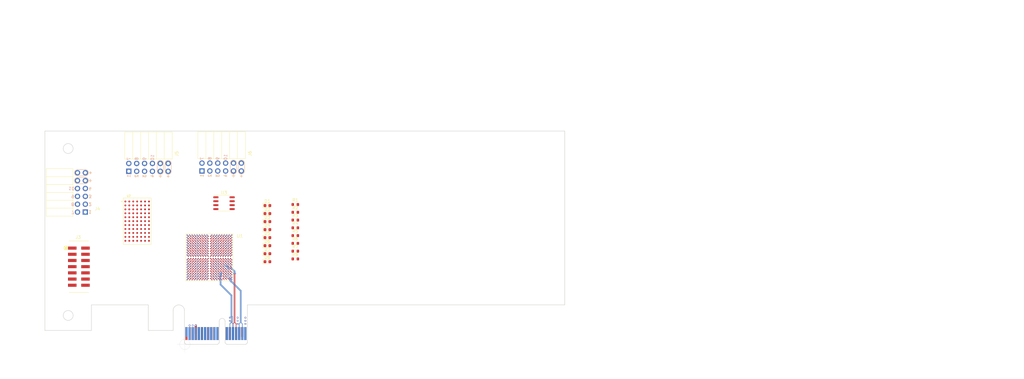
<source format=kicad_pcb>
(kicad_pcb (version 20221018) (generator pcbnew)
  (title_block (title "PCIexpress_x16_full") (company "Author: Luca Anastasio"))
  (layers (0 "F.Cu" power) (1 "In1.Cu" power) (2 "In2.Cu" power) (3 "In3.Cu" signal) (4 "In4.Cu" signal) (31 "B.Cu" power) (34 "B.Paste" user) (35 "F.Paste" user) (36 "B.SilkS" user "B.Silkscreen") (37 "F.SilkS" user "F.Silkscreen") (38 "B.Mask" user) (39 "F.Mask" user) (44 "Edge.Cuts" user))
  (net 0 "")
  (net 1 "GND")
  (net 2 "+12V")
  (net 3 "+3V3")
  (net 4 "+3.3VA")
  (net 6 "/PER0_P")
  (net 7 "/PER0_N")
  (net 8 "/SMCLK")
  (net 9 "/SMDAT")
  (net 10 "/~{TRST}")
  (net 11 "/~{WAKE}")
  (net 12 "/PET0_P")
  (net 13 "/PET0_N")
  (net 14 "/~{PRSNT2x1}")
  (net 15 "/~{PRSNT1}")
  (net 16 "/TCK")
  (net 17 "/TDI")
  (net 18 "/TDO")
  (net 19 "/TMS")
  (net 20 "/~{PERST}")
  (net 21 "/REFCLK-")
  (net 22 "/REFCLK+")
  (net 23 "unconnected-(U1D-MGTAVTT-PadA2)")
  (net 24 "unconnected-(U1C-MGTPRXN1_216-PadA3)")
  (net 25 "unconnected-(U1C-MGTPRXP1_216-PadA4)")
  (net 26 "unconnected-(U1D-MGTRREF_216-PadA6)")
  (net 27 "unconnected-(U1A-IO_L3N_T0_DQS_AD1N_15-PadA9)")
  (net 28 "unconnected-(U1A-IO_L5N_T0_AD9N_15-PadA10)")
  (net 29 "unconnected-(U1A-IO_L7N_T1_AD2N_15-PadA12)")
  (net 30 "unconnected-(U1A-IO_L8P_T1_AD10P_15-PadA13)")
  (net 31 "unconnected-(U1A-IO_L8N_T1_AD10N_15-PadA14)")
  (net 32 "unconnected-(U1A-IO_L10N_T1_AD11N_15-PadA15)")
  (net 33 "unconnected-(U1A-VCCO_15-PadA16)")
  (net 34 "unconnected-(U1A-IO_L15N_T2_DQS_ADV_B_15-PadA17)")
  (net 35 "unconnected-(U1D-MGTAVCC-PadB4)")
  (net 36 "unconnected-(U1C-MGTREFCLK1N_216-PadB5)")
  (net 37 "unconnected-(U1C-MGTREFCLK1P_216-PadB6)")
  (net 38 "unconnected-(U1A-IO_L3P_T0_DQS_AD1P_15-PadB9)")
  (net 39 "unconnected-(U1A-IO_L5P_T0_AD9P_15-PadB10)")
  (net 40 "unconnected-(U1A-IO_L4N_T0_15-PadB11)")
  (net 41 "unconnected-(U1A-IO_L7P_T1_AD2P_15-PadB12)")
  (net 42 "unconnected-(U1A-VCCO_15-PadB13)")
  (net 43 "unconnected-(U1A-IO_L10P_T1_AD11P_15-PadB14)")
  (net 44 "unconnected-(U1A-IO_L9N_T1_DQS_AD3N_15-PadB15)")
  (net 45 "unconnected-(U1A-IO_L15P_T2_DQS_15-PadB16)")
  (net 46 "unconnected-(U1A-IO_L16N_T2_A27_15-PadB17)")
  (net 47 "unconnected-(U1D-MGTAVTT-PadC1)")
  (net 48 "unconnected-(U1C-MGTPRXN2_216-PadC3)")
  (net 49 "unconnected-(U1C-MGTPRXP2_216-PadC4)")
  (net 50 "unconnected-(U1D-MGTAVCC-PadC5)")
  (net 51 "unconnected-(U1A-IO_L1N_T0_AD0N_15-PadC8)")
  (net 52 "unconnected-(U1A-IO_L2N_T0_AD8N_15-PadC9)")
  (net 53 "unconnected-(U1A-VCCO_15-PadC10)")
  (net 54 "unconnected-(U1A-IO_L4P_T0_15-PadC11)")
  (net 55 "unconnected-(U1A-IO_L6N_T0_VREF_15-PadC12)")
  (net 56 "unconnected-(U1A-IO_L11N_T1_SRCC_15-PadC13)")
  (net 57 "unconnected-(U1A-IO_L9P_T1_DQS_AD3P_15-PadC14)")
  (net 58 "unconnected-(U1A-IO_L16P_T2_A28_15-PadC16)")
  (net 59 "unconnected-(U1A-IO_L18P_T2_A24_15-PadC17)")
  (net 60 "unconnected-(U1A-IO_L18N_T2_A23_15-PadC18)")
  (net 61 "unconnected-(U1C-MGTPTXN2_216-PadD1)")
  (net 62 "unconnected-(U1C-MGTPTXP2_216-PadD2)")
  (net 63 "unconnected-(U1A-IO_L1P_T0_AD0P_15-PadD8)")
  (net 64 "unconnected-(U1A-IO_L2P_T0_AD8P_15-PadD9)")
  (net 65 "unconnected-(U1A-IO_0_15-PadD10)")
  (net 66 "unconnected-(U1A-IO_L6P_T0_15-PadD11)")
  (net 67 "unconnected-(U1A-IO_L11P_T1_SRCC_15-PadD13)")
  (net 68 "unconnected-(U1A-IO_L12N_T1_MRCC_15-PadD14)")
  (net 69 "unconnected-(U1A-IO_L13N_T2_MRCC_15-PadD15)")
  (net 70 "unconnected-(U1A-IO_L14N_T2_SRCC_15-PadD16)")
  (net 71 "unconnected-(U1A-VCCO_15-PadD17)")
  (net 72 "unconnected-(U1A-IO_L17N_T2_A25_15-PadD18)")
  (net 73 "unconnected-(U1D-MGTAVTT-PadE1)")
  (net 74 "unconnected-(U1C-MGTPRXN0_216-PadE3)")
  (net 75 "unconnected-(U1C-MGTPRXP0_216-PadE4)")
  (net 76 "unconnected-(U1D-MGTAVCC-PadE5)")
  (net 77 "unconnected-(U1E-CCLK_0-PadE8)")
  (net 78 "unconnected-(U1E-VCCO_0-PadE10)")
  (net 79 "unconnected-(U1F-VCCBATT_0-PadE11)")
  (net 80 "unconnected-(U1E-CFGBVS_0-PadE12)")
  (net 81 "unconnected-(U1A-IO_L12P_T1_MRCC_15-PadE13)")
  (net 82 "unconnected-(U1A-VCCO_15-PadE14)")
  (net 83 "unconnected-(U1A-IO_L13P_T2_MRCC_15-PadE15)")
  (net 84 "unconnected-(U1A-IO_L14P_T2_SRCC_15-PadE16)")
  (net 85 "unconnected-(U1A-IO_L17P_T2_A26_15-PadE17)")
  (net 86 "unconnected-(U1A-IO_L24N_T3_RS0_15-PadE18)")
  (net 87 "unconnected-(U1C-MGTPTXN1_216-PadF1)")
  (net 88 "unconnected-(U1C-MGTPTXP1_216-PadF2)")
  (net 89 "unconnected-(U1D-MGTAVTT-PadF3)")
  (net 90 "unconnected-(U1D-MGTAVCC-PadF5)")
  (net 91 "unconnected-(U1F-VCCINT-PadF7)")
  (net 92 "unconnected-(U1E-TCK_0-PadF8)")
  (net 93 "unconnected-(U1F-VCCINT-PadF9)")
  (net 94 "unconnected-(U1F-VCCBRAM-PadF11)")
  (net 95 "unconnected-(U1E-DONE_0-PadF12)")
  (net 96 "unconnected-(U1E-M2_0-PadF13)")
  (net 97 "unconnected-(U1A-IO_L22N_T3_A16_15-PadF14)")
  (net 98 "unconnected-(U1A-IO_L21N_T3_DQS_A18_15-PadF15)")
  (net 99 "unconnected-(U1A-IO_L24P_T3_RS1_15-PadF17)")
  (net 100 "unconnected-(U1A-IO_L19N_T3_A21_VREF_15-PadF18)")
  (net 101 "unconnected-(U1D-MGTAVTT-PadG2)")
  (net 102 "unconnected-(U1F-VCCINT-PadG8)")
  (net 103 "unconnected-(U1F-VCCBRAM-PadG10)")
  (net 104 "unconnected-(U1F-VCCAUX-PadG12)")
  (net 105 "unconnected-(U1A-IO_L22P_T3_A17_15-PadG14)")
  (net 106 "unconnected-(U1A-IO_L21P_T3_DQS_15-PadG15)")
  (net 107 "unconnected-(U1A-IO_L20N_T3_A19_15-PadG16)")
  (net 108 "unconnected-(U1A-IO_L19P_T3_A22_15-PadG17)")
  (net 109 "unconnected-(U1A-VCCO_15-PadG18)")
  (net 110 "unconnected-(U1C-MGTPTXN0_216-PadH1)")
  (net 111 "unconnected-(U1C-MGTPTXP0_216-PadH2)")
  (net 112 "unconnected-(U1F-VCCINT-PadH7)")
  (net 113 "unconnected-(U1F-VCCINT-PadH9)")
  (net 114 "unconnected-(U1F-VCCBRAM-PadH11)")
  (net 115 "unconnected-(U1F-VCCAUX-PadH13)")
  (net 116 "unconnected-(U1A-IO_25_15-PadH14)")
  (net 117 "unconnected-(U1A-VCCO_15-PadH15)")
  (net 118 "unconnected-(U1A-IO_L20P_T3_A20_15-PadH16)")
  (net 119 "unconnected-(U1A-IO_L23P_T3_FOE_B_15-PadH17)")
  (net 120 "unconnected-(U1A-IO_L23N_T3_FWE_B_15-PadH18)")
  (net 121 "unconnected-(U1B-IO_L2N_T0_34-PadJ4)")
  (net 122 "unconnected-(U1B-IO_L2P_T0_34-PadJ5)")
  (net 123 "unconnected-(U1B-IO_0_34-PadJ6)")
  (net 124 "unconnected-(U1F-VCCINT-PadJ8)")
  (net 125 "unconnected-(U1F-GNDADC_0-PadJ9)")
  (net 126 "unconnected-(U1F-VCCADC_0-PadJ10)")
  (net 127 "unconnected-(U1F-VCCINT-PadJ12)")
  (net 128 "unconnected-(U1A-IO_L5P_T0_D06_14-PadJ14)")
  (net 129 "unconnected-(U1A-IO_L2P_T0_D02_14-PadJ15)")
  (net 130 "unconnected-(U1A-IO_L2N_T0_D03_14-PadJ16)")
  (net 131 "unconnected-(U1A-IO_L3P_T0_DQS_PUDC_B_14-PadJ18)")
  (net 132 "unconnected-(U1B-IO_L3N_T0_DQS_34-PadK1)")
  (net 133 "unconnected-(U1B-IO_L3P_T0_DQS_34-PadK2)")
  (net 134 "unconnected-(U1B-IO_L4P_T0_34-PadK3)")
  (net 135 "unconnected-(U1B-IO_L1N_T0_34-PadK5)")
  (net 136 "unconnected-(U1B-IO_L1P_T0_34-PadK6)")
  (net 137 "unconnected-(U1F-VCCINT-PadK7)")
  (net 138 "unconnected-(U1E-VREFN_0-PadK9)")
  (net 139 "unconnected-(U1E-VP_0-PadK10)")
  (net 140 "unconnected-(U1F-VCCINT-PadK11)")
  (net 141 "unconnected-(U1F-VCCAUX-PadK13)")
  (net 142 "unconnected-(U1A-IO_L5N_T0_D07_14-PadK15)")
  (net 143 "unconnected-(U1A-IO_L1P_T0_D00_MOSI_14-PadK16)")
  (net 144 "unconnected-(U1A-IO_L4P_T0_D04_14-PadK17)")
  (net 145 "unconnected-(U1A-IO_L3N_T0_DQS_EMCCLK_14-PadK18)")
  (net 146 "unconnected-(U1B-IO_L4N_T0_34-PadL2)")
  (net 147 "unconnected-(U1B-IO_L5N_T0_34-PadL3)")
  (net 148 "unconnected-(U1B-IO_L5P_T0_34-PadL4)")
  (net 149 "unconnected-(U1B-IO_L6P_T0_34-PadL5)")
  (net 150 "unconnected-(U1B-VCCO_34-PadL6)")
  (net 151 "unconnected-(U1F-VCCINT-PadL8)")
  (net 152 "unconnected-(U1E-VN_0-PadL9)")
  (net 153 "unconnected-(U1E-VREFP_0-PadL10)")
  (net 154 "unconnected-(U1F-VCCINT-PadL12)")
  (net 155 "unconnected-(U1A-IO_0_14-PadL14)")
  (net 156 "unconnected-(U1A-IO_L6P_T0_FCS_B_14-PadL15)")
  (net 157 "unconnected-(U1A-VCCO_14-PadL16)")
  (net 158 "unconnected-(U1A-IO_L1N_T0_D01_DIN_14-PadL17)")
  (net 159 "unconnected-(U1A-IO_L4N_T0_D05_14-PadL18)")
  (net 160 "unconnected-(U1B-IO_L7N_T1_34-PadM1)")
  (net 161 "unconnected-(U1B-IO_L7P_T1_34-PadM2)")
  (net 162 "unconnected-(U1B-VCCO_34-PadM3)")
  (net 163 "unconnected-(U1B-IO_L10P_T1_34-PadM4)")
  (net 164 "unconnected-(U1B-IO_L6N_T0_VREF_34-PadM5)")
  (net 165 "unconnected-(U1B-IO_L8P_T1_34-PadM6)")
  (net 166 "unconnected-(U1F-VCCINT-PadM7)")
  (net 167 "unconnected-(U1E-DXN_0-PadM9)")
  (net 168 "unconnected-(U1E-DXP_0-PadM10)")
  (net 169 "unconnected-(U1F-VCCINT-PadM11)")
  (net 170 "unconnected-(U1F-VCCAUX-PadM13)")
  (net 171 "unconnected-(U1A-IO_L8P_T1_D11_14-PadM14)")
  (net 172 "unconnected-(U1A-IO_L6N_T0_D08_VREF_14-PadM15)")
  (net 173 "unconnected-(U1A-IO_L7P_T1_D09_14-PadM16)")
  (net 174 "unconnected-(U1A-IO_L7N_T1_D10_14-PadM17)")
  (net 175 "unconnected-(U1B-IO_L9P_T1_DQS_34-PadN1)")
  (net 176 "unconnected-(U1B-IO_L11N_T1_SRCC_34-PadN2)")
  (net 177 "unconnected-(U1B-IO_L11P_T1_SRCC_34-PadN3)")
  (net 178 "unconnected-(U1B-IO_L10N_T1_34-PadN4)")
  (net 179 "unconnected-(U1B-IO_L8N_T1_34-PadN6)")
  (net 180 "unconnected-(U1F-VCCINT-PadN8)")
  (net 181 "unconnected-(U1F-VCCINT-PadN10)")
  (net 182 "unconnected-(U1F-VCCINT-PadN12)")
  (net 183 "unconnected-(U1A-IO_L8N_T1_D12_14-PadN14)")
  (net 184 "unconnected-(U1A-IO_L9P_T1_DQS_14-PadN16)")
  (net 185 "unconnected-(U1A-IO_L9N_T1_DQS_D13_14-PadN17)")
  (net 186 "unconnected-(U1A-IO_L10P_T1_D14_14-PadN18)")
  (net 187 "unconnected-(U1B-IO_L9N_T1_DQS_34-PadP1)")
  (net 188 "unconnected-(U1B-IO_L12N_T1_MRCC_34-PadP3)")
  (net 189 "unconnected-(U1B-IO_L12P_T1_MRCC_34-PadP4)")
  (net 190 "unconnected-(U1B-IO_L19N_T3_VREF_34-PadP5)")
  (net 191 "unconnected-(U1B-IO_L19P_T3_34-PadP6)")
  (net 192 "unconnected-(U1B-VCCO_34-PadP7)")
  (net 193 "unconnected-(U1F-VCCINT-PadP9)")
  (net 194 "unconnected-(U1E-PROGRAM_B_0-PadP10)")
  (net 195 "unconnected-(U1F-VCCINT-PadP11)")
  (net 196 "unconnected-(U1F-VCCAUX-PadP13)")
  (net 197 "unconnected-(U1A-IO_L12P_T1_MRCC_14-PadP14)")
  (net 198 "unconnected-(U1A-IO_L11P_T1_SRCC_14-PadP15)")
  (net 199 "unconnected-(U1A-IO_L11N_T1_SRCC_14-PadP16)")
  (net 200 "unconnected-(U1A-VCCO_14-PadP17)")
  (net 201 "unconnected-(U1A-IO_L10N_T1_D15_14-PadP18)")
  (net 202 "unconnected-(U1B-IO_L13N_T2_MRCC_34-PadR1)")
  (net 203 "unconnected-(U1B-IO_L13P_T2_MRCC_34-PadR2)")
  (net 204 "unconnected-(U1B-IO_L14P_T2_SRCC_34-PadR3)")
  (net 205 "unconnected-(U1B-VCCO_34-PadR4)")
  (net 206 "unconnected-(U1B-IO_L21P_T3_DQS_34-PadR5)")
  (net 207 "unconnected-(U1B-IO_25_34-PadR6)")
  (net 208 "unconnected-(U1B-IO_L22P_T3_34-PadR7)")
  (net 209 "unconnected-(U1E-TMS_0-PadR8)")
  (net 210 "unconnected-(U1E-VCCO_0-PadR10)")
  (net 211 "unconnected-(U1E-M1_0-PadR11)")
  (net 212 "unconnected-(U1E-M0_0-PadR12)")
  (net 213 "unconnected-(U1A-IO_L19P_T3_A10_D26_14-PadR13)")
  (net 214 "unconnected-(U1A-VCCO_14-PadR14)")
  (net 215 "unconnected-(U1A-IO_L12N_T1_MRCC_14-PadR15)")
  (net 216 "unconnected-(U1A-IO_L14P_T2_SRCC_14-PadR16)")
  (net 217 "unconnected-(U1A-IO_L14N_T2_SRCC_14-PadR17)")
  (net 218 "unconnected-(U1A-IO_L15P_T2_DQS_RDWR_B_14-PadR18)")
  (net 219 "unconnected-(U1B-VCCO_34-PadT1)")
  (net 220 "unconnected-(U1B-IO_L14N_T2_SRCC_34-PadT2)")
  (net 221 "unconnected-(U1B-IO_L17N_T2_34-PadT3)")
  (net 222 "unconnected-(U1B-IO_L17P_T2_34-PadT4)")
  (net 223 "unconnected-(U1B-IO_L21N_T3_DQS_34-PadT5)")
  (net 224 "unconnected-(U1B-IO_L22N_T3_34-PadT7)")
  (net 225 "unconnected-(U1E-TDO_0-PadT8)")
  (net 226 "unconnected-(U1E-TDI_0-PadT9)")
  (net 227 "unconnected-(U1E-INIT_B_0-PadT10)")
  (net 228 "unconnected-(U1A-VCCO_14-PadT11)")
  (net 229 "unconnected-(U1A-IO_L22P_T3_A05_D21_14-PadT12)")
  (net 230 "unconnected-(U1A-IO_L19N_T3_A09_D25_VREF_14-PadT13)")
  (net 231 "unconnected-(U1A-IO_L13P_T2_MRCC_14-PadT14)")
  (net 232 "unconnected-(U1A-IO_L13N_T2_MRCC_14-PadT15)")
  (net 233 "unconnected-(U1A-IO_L16P_T2_CSI_B_14-PadT17)")
  (net 234 "unconnected-(U1A-IO_L15N_T2_DQS_DOUT_CSO_B_14-PadT18)")
  (net 235 "unconnected-(U1B-IO_L15N_T2_DQS_34-PadU1)")
  (net 236 "unconnected-(U1B-IO_L15P_T2_DQS_34-PadU2)")
  (net 237 "unconnected-(U1B-IO_L18P_T2_34-PadU4)")
  (net 238 "unconnected-(U1B-IO_L20N_T3_34-PadU5)")
  (net 239 "unconnected-(U1B-IO_L20P_T3_34-PadU6)")
  (net 240 "unconnected-(U1B-IO_L23P_T3_34-PadU7)")
  (net 241 "unconnected-(U1A-VCCO_14-PadU8)")
  (net 242 "unconnected-(U1A-IO_L24P_T3_A01_D17_14-PadU9)")
  (net 243 "unconnected-(U1A-IO_25_14-PadU10)")
  (net 244 "unconnected-(U1A-IO_L23P_T3_A03_D19_14-PadU11)")
  (net 245 "unconnected-(U1A-IO_L22N_T3_A04_D20_14-PadU12)")
  (net 246 "unconnected-(U1A-IO_L20P_T3_A08_D24_14-PadU14)")
  (net 247 "unconnected-(U1A-IO_L17P_T2_A14_D30_14-PadU15)")
  (net 248 "unconnected-(U1A-IO_L17N_T2_A13_D29_14-PadU16)")
  (net 249 "unconnected-(U1A-IO_L16N_T2_A15_D31_14-PadU17)")
  (net 250 "unconnected-(U1A-VCCO_14-PadU18)")
  (net 251 "unconnected-(U1B-IO_L16N_T2_34-PadV2)")
  (net 252 "unconnected-(U1B-IO_L16P_T2_34-PadV3)")
  (net 253 "unconnected-(U1B-IO_L18N_T2_34-PadV4)")
  (net 254 "unconnected-(U1B-VCCO_34-PadV5)")
  (net 255 "unconnected-(U1B-IO_L23N_T3_34-PadV6)")
  (net 256 "unconnected-(U1B-IO_L24N_T3_34-PadV7)")
  (net 257 "unconnected-(U1B-IO_L24P_T3_34-PadV8)")
  (net 258 "unconnected-(U1A-IO_L24N_T3_A00_D16_14-PadV9)")
  (net 259 "unconnected-(U1A-IO_L23N_T3_A02_D18_14-PadV11)")
  (net 260 "unconnected-(U1A-IO_L21P_T3_DQS_14-PadV12)")
  (net 261 "unconnected-(U1A-IO_L21N_T3_DQS_A06_D22_14-PadV13)")
  (net 262 "unconnected-(U1A-IO_L20N_T3_A07_D23_14-PadV14)")
  (net 263 "unconnected-(U1A-VCCO_14-PadV15)")
  (net 264 "unconnected-(U1A-IO_L18P_T2_A12_D28_14-PadV16)")
  (net 265 "unconnected-(U1A-IO_L18N_T2_A11_D27_14-PadV17)")
  (net 324 "Net-(U2-VOUT1-PadA1)")
  (net 325 "Net-(U2-GND-PadA4)")
  (net 328 "Net-(U2-VIN1-PadB3)")
  (net 332 "Net-(U2-VOUT2-PadC1)")
  (net 340 "Net-(U2-VIN2-PadE3)")
  (net 344 "Net-(U2-VOUT3-PadF1)")
  (net 352 "Net-(U2-VIN3-PadH3)")
  (net 356 "Net-(U2-VOUT4-PadJ1)")
  (net 365 "Net-(U2-VIN4-PadL3)")
  (footprint "PCIexpress:PCIexpress_x1" (layer "F.Cu") (at 109.625 194.125)
    (fp_text reference "J2" hide)
    (fp_text value "PCIexpress_x1")
  )
  (footprint "pedrolib:BGA77C127P7X11_1500X900X262" (layer "F.Cu") (at 94.225 154.325)
    (fp_text reference "U2")
    (fp_text value "LTM4643EY_PBF")
  )
  (footprint "Resistor_SMD:R_0603_1608Metric" (layer "F.Cu") (at 145.225 153.975)
    (fp_text reference "R3")
    (fp_text value "R")
  )
  (footprint "PCIexpress:PCIexpress_bracket_low" (layer "F.Cu") (at 109.625 194.125)
    (fp_text reference "J1" hide)
    (fp_text value "PCIexpress_bracket")
  )
  (footprint "Resistor_SMD:R_0603_1608Metric" (layer "F.Cu") (at 145.225 156.485)
    (fp_text reference "R4")
    (fp_text value "R")
  )
  (footprint "LED_SMD:LED_0603_1608Metric" (layer "F.Cu") (at 136.225 162.245)
    (fp_text reference "D6")
    (fp_text value "LED")
  )
  (footprint "Resistor_SMD:R_0603_1608Metric" (layer "F.Cu") (at 145.225 161.505)
    (fp_text reference "R6")
    (fp_text value "R")
  )
  (footprint "Resistor_SMD:R_0603_1608Metric" (layer "F.Cu") (at 145.225 151.465)
    (fp_text reference "R2")
    (fp_text value "R")
  )
  (footprint "Package_BGA:Xilinx_CSG325" (layer "F.Cu") (at 117.525 166.025 180)
    (fp_text reference "U1")
    (fp_text value "XC7A50T-CSG325")
  )
  (footprint "pedrolib:MOLEX_87832-1420" (layer "F.Cu") (at 75.42565 169.025)
    (fp_text reference "J3")
    (fp_text value "87832-1420")
  )
  (footprint "LED_SMD:LED_0603_1608Metric" (layer "F.Cu") (at 136.225 167.425)
    (fp_text reference "D8")
    (fp_text value "LED")
  )
  (footprint "pedrolib:PMOD_PinSocket_2x06_P2.54mm_Horizontal" (layer "F.Cu") (at 91.525 138.225 90)
    (fp_text reference "J5")
    (fp_text value "PMOD_Host_Conn_02x06")
  )
  (footprint "Resistor_SMD:R_0603_1608Metric" (layer "F.Cu") (at 145.225 166.525)
    (fp_text reference "R8")
    (fp_text value "R")
  )
  (footprint "LED_SMD:LED_0603_1608Metric" (layer "F.Cu") (at 136.225 157.065)
    (fp_text reference "D4")
    (fp_text value "LED")
  )
  (footprint "Resistor_SMD:R_0603_1608Metric" (layer "F.Cu") (at 145.225 158.995)
    (fp_text reference "R5")
    (fp_text value "R")
  )
  (footprint "Resistor_SMD:R_0603_1608Metric" (layer "F.Cu") (at 145.225 148.955)
    (fp_text reference "R1")
    (fp_text value "R")
  )
  (footprint "LED_SMD:LED_0603_1608Metric" (layer "F.Cu") (at 136.225 149.295)
    (fp_text reference "D1")
    (fp_text value "LED")
  )
  (footprint "pedrolib:PMOD_PinSocket_2x06_P2.54mm_Horizontal" (layer "F.Cu") (at 115.125 138.125 90)
    (fp_text reference "J6")
    (fp_text value "PMOD_Host_Conn_02x06")
  )
  (footprint "Package_SO:SOP-8_3.9x4.9mm_P1.27mm" (layer "F.Cu") (at 122.225 148.525)
    (fp_text reference "U3")
    (fp_text value "MX25L3233FM1")
  )
  (footprint "LED_SMD:LED_0603_1608Metric" (layer "F.Cu") (at 136.225 159.655)
    (fp_text reference "D5")
    (fp_text value "LED")
  )
  (footprint "LED_SMD:LED_0603_1608Metric" (layer "F.Cu") (at 136.225 164.835)
    (fp_text reference "D7")
    (fp_text value "LED")
  )
  (footprint "LED_SMD:LED_0603_1608Metric" (layer "F.Cu") (at 136.225 151.885)
    (fp_text reference "D2")
    (fp_text value "LED")
  )
  (footprint "LED_SMD:LED_0603_1608Metric" (layer "F.Cu") (at 136.225 154.475)
    (fp_text reference "D3")
    (fp_text value "LED")
  )
  (footprint "pedrolib:PMOD_PinSocket_2x06_P2.54mm_Horizontal" (layer "F.Cu") (at 77.5165 151.4 180)
    (fp_text reference "J4")
    (fp_text value "PMOD_Host_Conn_02x06")
  )
  (footprint "Resistor_SMD:R_0603_1608Metric" (layer "F.Cu") (at 145.225 164.015)
    (fp_text reference "R7")
    (fp_text value "R")
  )
  (gr_line (start 79.475 181.375) (end 97.825 181.375) (stroke (width 0.15)) (layer "Edge.Cuts"))
  (gr_circle (center 71.975 130.875) (end 73.575 130.875) (stroke (width 0.15)) (fill none) (layer "Edge.Cuts"))
  (gr_line (start 120.175 194.125) (end 120.675 193.625) (stroke (width 0.15)) (layer "Edge.Cuts"))
  (gr_line (start 129.775 193.625) (end 129.275 194.125) (stroke (width 0.15)) (layer "Edge.Cuts"))
  (gr_line (start 122.575 186.675) (end 122.575 193.625) (stroke (width 0.15)) (layer "Edge.Cuts"))
  (gr_line (start 79.475 189.625) (end 79.475 181.375) (stroke (width 0.15)) (layer "Edge.Cuts"))
  (gr_line (start 97.825 189.625) (end 105.825 189.625) (stroke (width 0.15)) (layer "Edge.Cuts"))
  (gr_line (start 232.125 181.375) (end 129.775 181.375) (stroke (width 0.15)) (layer "Edge.Cuts"))
  (gr_line (start 64.475 125.225) (end 64.475 189.625) (stroke (width 0.15)) (layer "Edge.Cuts"))
  (gr_line (start 64.475 189.625) (end 79.475 189.625) (stroke (width 0.15)) (layer "Edge.Cuts"))
  (gr_line (start 122.575 193.625) (end 123.075 194.125) (stroke (width 0.15)) (layer "Edge.Cuts"))
  (gr_arc (start 105.825 183.2) (mid 107.65 181.375) (end 109.475 183.2) (stroke (width 0.15)) (layer "Edge.Cuts"))
  (gr_line (start 109.475 193.625) (end 109.975 194.125) (stroke (width 0.15)) (layer "Edge.Cuts"))
  (gr_line (start 109.475 183.2) (end 109.475 193.625) (stroke (width 0.15)) (layer "Edge.Cuts"))
  (gr_circle (center 71.975 184.775) (end 73.575 184.775) (stroke (width 0.15)) (fill none) (layer "Edge.Cuts"))
  (gr_line (start 232.125 181.375) (end 232.125 125.225) (stroke (width 0.15)) (layer "Edge.Cuts"))
  (gr_line (start 105.825 189.625) (end 105.825 183.2) (stroke (width 0.15)) (layer "Edge.Cuts"))
  (gr_line (start 129.775 181.375) (end 129.775 193.625) (stroke (width 0.15)) (layer "Edge.Cuts"))
  (gr_arc (start 120.675 186.675) (mid 121.625 185.725) (end 122.575 186.675) (stroke (width 0.15)) (layer "Edge.Cuts"))
  (gr_line (start 109.975 194.125) (end 120.175 194.125) (stroke (width 0.15)) (layer "Edge.Cuts"))
  (gr_line (start 129.275 194.125) (end 123.075 194.125) (stroke (width 0.15)) (layer "Edge.Cuts"))
  (gr_line (start 97.825 181.375) (end 97.825 189.625) (stroke (width 0.15)) (layer "Edge.Cuts"))
  (gr_line (start 120.675 193.625) (end 120.675 186.675) (stroke (width 0.15)) (layer "Edge.Cuts"))
  (gr_line (start 232.125 125.225) (end 64.475 125.225) (stroke (width 0.15)) (layer "Edge.Cuts"))
  (target plus (at 109.625 194.125) (size 5) (width 0.05) (layer "Edge.Cuts"))
  (segment (start 118.725 172.825) (end 119.125 173.225) (width 0.1905) (layer "F.Cu") (net 1))
  (segment (start 121.125 167.225) (end 121.525 167.625) (width 0.1905) (layer "F.Cu") (net 1))
  (segment (start 116.325 164.825) (end 115.925 164.425) (width 0.1905) (layer "F.Cu") (net 1))
  (segment (start 114.725 164.825) (end 114.325 164.425) (width 0.1905) (layer "F.Cu") (net 1))
  (segment (start 116.325 166.425) (end 115.925 166.825) (width 0.1905) (layer "F.Cu") (net 1))
  (segment (start 121.125 163.225) (end 121.525 162.825) (width 0.1905) (layer "F.Cu") (net 1))
  (segment (start 123.525 162.425) (end 123.925 162.025) (width 0.1905) (layer "F.Cu") (net 1))
  (segment (start 117.925 168.025) (end 118.325 168.425) (width 0.1905) (layer "F.Cu") (net 1))
  (segment (start 117.925 161.625) (end 118.325 161.225) (width 0.1905) (layer "F.Cu") (net 1))
  (segment (start 122.725 170.425) (end 123.125 170.825) (width 0.1905) (layer "F.Cu") (net 1))
  (segment (start 118.725 165.625) (end 119.125 165.225) (width 0.1905) (layer "F.Cu") (net 1))
  (segment (start 113.125 190.625) (end 113.125 188) (width 0.7) (layer "F.Cu") (net 1))
  (segment (start 111.525 166.425) (end 111.125 166.825) (width 0.1905) (layer "F.Cu") (net 1))
  (segment (start 124.325 164.825) (end 124.725 164.425) (width 0.1905) (layer "F.Cu") (net 1))
  (segment (start 119.525 172.025) (end 119.925 172.425) (width 0.1905) (layer "F.Cu") (net 1))
  (segment (start 120.325 171.225) (end 120.725 171.625) (width 0.1905) (layer "F.Cu") (net 1))
  (segment (start 113.925 165.625) (end 113.525 165.225) (width 0.1905) (layer "F.Cu") (net 1))
  (segment (start 119.525 164.825) (end 119.925 164.425) (width 0.1905) (layer "F.Cu") (net 1))
  (segment (start 110.725 164.025) (end 110.325 163.625) (width 0.1905) (layer "F.Cu") (net 1))
  (segment (start 116.325 163.225) (end 115.925 162.825) (width 0.1905) (layer "F.Cu") (net 1))
  (segment (start 118.725 167.225) (end 119.125 167.625) (width 0.1905) (layer "F.Cu") (net 1))
  (segment (start 117.925 163.225) (end 118.325 162.825) (width 0.1905) (layer "F.Cu") (net 1))
  (segment (start 117.125 159.225) (end 116.725 158.825) (width 0.1905) (layer "F.Cu") (net 1))
  (segment (start 121.925 165.625) (end 122.325 165.225) (width 0.1905) (layer "F.Cu") (net 1))
  (segment (start 115.525 162.425) (end 115.125 162.025) (width 0.1905) (layer "F.Cu") (net 1))
  (segment (start 117.125 168.825) (end 116.725 169.225) (width 0.1905) (layer "F.Cu") (net 1))
  (segment (start 124.325 172.825) (end 124.725 173.225) (width 0.1905) (layer "F.Cu") (net 1))
  (segment (start 124.325 166.425) (end 124.725 166.825) (width 0.1905) (layer "F.Cu") (net 1))
  (segment (start 115.525 165.625) (end 115.125 165.225) (width 0.1905) (layer "F.Cu") (net 1))
  (segment (start 114.725 160.025) (end 114.325 159.625) (width 0.1905) (layer "F.Cu") (net 1))
  (segment (start 119.525 168.025) (end 119.925 168.425) (width 0.1905) (layer "F.Cu") (net 1))
  (segment (start 110.725 159.225) (end 110.325 158.825) (width 0.1905) (layer "F.Cu") (net 1))
  (segment (start 120.325 160.825) (end 120.725 160.425) (width 0.1905) (layer "F.Cu") (net 1))
  (segment (start 113.125 171.225) (end 112.725 171.625) (width 0.1905) (layer "F.Cu") (net 1))
  (segment (start 110.725 172.825) (end 110.325 173.225) (width 0.1905) (layer "F.Cu") (net 1))
  (segment (start 114.725 166.425) (end 114.325 166.825) (width 0.1905) (layer "F.Cu") (net 1))
  (segment (start 119.525 170.425) (end 119.925 170.825) (width 0.1905) (layer "F.Cu") (net 1))
  (segment (start 123.525 171.225) (end 123.925 171.625) (width 0.1905) (layer "F.Cu") (net 1))
  (segment (start 112.325 160.825) (end 111.925 160.425) (width 0.1905) (layer "F.Cu") (net 1))
  (segment (start 118.725 172.025) (end 119.125 172.425) (width 0.1905) (layer "F.Cu") (net 1))
  (segment (start 112.325 168.825) (end 111.925 169.225) (width 0.1905) (layer "F.Cu") (net 1))
  (segment (start 114.725 168.025) (end 114.325 168.425) (width 0.1905) (layer "F.Cu") (net 1))
  (segment (start 124.325 159.225) (end 124.725 158.825) (width 0.1905) (layer "F.Cu") (net 1))
  (segment (start 117.925 169.625) (end 118.325 170.025) (width 0.1905) (layer "F.Cu") (net 1))
  (segment (start 115.525 170.425) (end 115.125 170.825) (width 0.1905) (layer "F.Cu") (net 1))
  (segment (start 117.125 167.225) (end 116.725 167.625) (width 0.1905) (layer "F.Cu") (net 1))
  (segment (start 124.325 168.025) (end 124.725 168.425) (width 0.1905) (layer "F.Cu") (net 1))
  (segment (start 123.525 166.425) (end 123.925 166.825) (width 0.1905) (layer "F.Cu") (net 1))
  (segment (start 120.325 168.025) (end 120.725 168.425) (width 0.1905) (layer "F.Cu") (net 1))
  (segment (start 122.725 160.025) (end 123.125 159.625) (width 0.1905) (layer "F.Cu") (net 1))
  (segment (start 122.725 172.025) (end 123.125 172.425) (width 0.1905) (layer "F.Cu") (net 1))
  (segment (start 119.525 171.225) (end 119.925 171.625) (width 0.1905) (layer "F.Cu") (net 1))
  (segment (start 119.525 172.825) (end 119.925 173.225) (width 0.1905) (layer "F.Cu") (net 1))
  (segment (start 123.525 169.625) (end 123.925 170.025) (width 0.1905) (layer "F.Cu") (net 1))
  (segment (start 121.925 168.825) (end 122.325 169.225) (width 0.1905) (layer "F.Cu") (net 1))
  (segment (start 121.125 168.025) (end 121.525 168.425) (width 0.1905) (layer "F.Cu") (net 1))
  (segment (start 113.125 163.225) (end 112.725 162.825) (width 0.1905) (layer "F.Cu") (net 1))
  (segment (start 122.725 166.425) (end 123.125 166.825) (width 0.1905) (layer "F.Cu") (net 1))
  (segment (start 121.925 170.425) (end 122.325 170.825) (width 0.1905) (layer "F.Cu") (net 1))
  (segment (start 120.325 169.625) (end 120.725 170.025) (width 0.1905) (layer "F.Cu") (net 1))
  (segment (start 118.725 164.025) (end 119.125 163.625) (width 0.1905) (layer "F.Cu") (net 1))
  (segment (start 115.525 167.225) (end 115.125 167.625) (width 0.1905) (layer "F.Cu") (net 1))
  (segment (start 119.525 163.225) (end 119.925 162.825) (width 0.1905) (layer "F.Cu") (net 1))
  (segment (start 122.725 167.225) (end 123.125 167.625) (width 0.1905) (layer "F.Cu") (net 1))
  (segment (start 110.725 172.025) (end 110.325 172.425) (width 0.1905) (layer "F.Cu") (net 1))
  (segment (start 120.325 167.225) (end 120.725 167.625) (width 0.1905) (layer "F.Cu") (net 1))
  (segment (start 116.325 168.025) (end 115.925 168.425) (width 0.1905) (layer "F.Cu") (net 1))
  (segment (start 119.525 166.425) (end 119.925 166.825) (width 0.1905) (layer "F.Cu") (net 1))
  (segment (start 120.325 168.825) (end 120.725 169.225) (width 0.1905) (layer "F.Cu") (net 1))
  (segment (start 118.725 162.425) (end 119.125 162.025) (width 0.1905) (layer "F.Cu") (net 1))
  (segment (start 121.925 167.225) (end 122.325 167.625) (width 0.1905) (layer "F.Cu") (net 1))
  (segment (start 114.725 163.225) (end 114.325 162.825) (width 0.1905) (layer "F.Cu") (net 1))
  (segment (start 121.125 172.825) (end 121.525 173.225) (width 0.1905) (layer "F.Cu") (net 1))
  (segment (start 116.325 172.825) (end 115.925 173.225) (width 0.1905) (layer "F.Cu") (net 1))
  (segment (start 115.525 164.025) (end 115.125 163.625) (width 0.1905) (layer "F.Cu") (net 1))
  (segment (start 119.525 169.625) (end 119.925 170.025) (width 0.1905) (layer "F.Cu") (net 1))
  (via (at 124.125 185.5) (size 0.55) (drill 0.3) (layers "F.Cu" "B.Cu") (net 1))
  (via (at 129.125 185.5) (size 0.55) (drill 0.3) (layers "F.Cu" "B.Cu") (net 1))
  (via (at 126.625 185.5) (size 0.55) (drill 0.3) (layers "F.Cu" "B.Cu") (net 1))
  (via (at 111.125 166.825) (size 0.4064) (drill 0.2032) (layers "F.Cu" "B.Cu") (net 1))
  (via (at 111.925 169.225) (size 0.4064) (drill 0.2032) (layers "F.Cu" "B.Cu") (net 1))
  (via (at 119.925 168.425) (size 0.4064) (drill 0.2032) (layers "F.Cu" "B.Cu") (net 1))
  (via (at 115.125 167.625) (size 0.4064) (drill 0.2032) (layers "F.Cu" "B.Cu") (net 1))
  (via (at 119.925 171.625) (size 0.4064) (drill 0.2032) (layers "F.Cu" "B.Cu") (net 1))
  (via (at 115.925 173.225) (size 0.4064) (drill 0.2032) (layers "F.Cu" "B.Cu") (net 1))
  (via (at 116.725 158.825) (size 0.4064) (drill 0.2032) (layers "F.Cu" "B.Cu") (net 1))
  (via (at 123.925 162.025) (size 0.4064) (drill 0.2032) (layers "F.Cu" "B.Cu") (net 1))
  (via (at 113.525 165.225) (size 0.4064) (drill 0.2032) (layers "F.Cu" "B.Cu") (net 1))
  (via (at 124.725 173.225) (size 0.4064) (drill 0.2032) (layers "F.Cu" "B.Cu") (net 1))
  (via (at 118.325 170.025) (size 0.4064) (drill 0.2032) (layers "F.Cu" "B.Cu") (net 1))
  (via (at 115.125 165.225) (size 0.4064) (drill 0.2032) (layers "F.Cu" "B.Cu") (net 1))
  (via (at 123.125 159.625) (size 0.4064) (drill 0.2032) (layers "F.Cu" "B.Cu") (net 1))
  (via (at 120.725 160.425) (size 0.4064) (drill 0.2032) (layers "F.Cu" "B.Cu") (net 1))
  (via (at 110.325 163.625) (size 0.4064) (drill 0.2032) (layers "F.Cu" "B.Cu") (net 1))
  (via (at 120.725 168.425) (size 0.4064) (drill 0.2032) (layers "F.Cu" "B.Cu") (net 1))
  (via (at 116.725 169.225) (size 0.4064) (drill 0.2032) (layers "F.Cu" "B.Cu") (net 1))
  (via (at 110.325 158.825) (size 0.4064) (drill 0.2032) (layers "F.Cu" "B.Cu") (net 1))
  (via (at 123.125 167.625) (size 0.4064) (drill 0.2032) (layers "F.Cu" "B.Cu") (net 1))
  (via (at 121.525 167.625) (size 0.4064) (drill 0.2032) (layers "F.Cu" "B.Cu") (net 1))
  (via (at 115.925 162.825) (size 0.4064) (drill 0.2032) (layers "F.Cu" "B.Cu") (net 1))
  (via (at 122.325 170.825) (size 0.4064) (drill 0.2032) (layers "F.Cu" "B.Cu") (net 1))
  (via (at 123.925 171.625) (size 0.4064) (drill 0.2032) (layers "F.Cu" "B.Cu") (net 1))
  (via (at 121.525 162.825) (size 0.4064) (drill 0.2032) (layers "F.Cu" "B.Cu") (net 1))
  (via (at 115.925 164.425) (size 0.4064) (drill 0.2032) (layers "F.Cu" "B.Cu") (net 1))
  (via (at 119.925 170.025) (size 0.4064) (drill 0.2032) (layers "F.Cu" "B.Cu") (net 1))
  (via (at 124.725 166.825) (size 0.4064) (drill 0.2032) (layers "F.Cu" "B.Cu") (net 1))
  (via (at 114.325 166.825) (size 0.4064) (drill 0.2032) (layers "F.Cu" "B.Cu") (net 1))
  (via (at 119.125 167.625) (size 0.4064) (drill 0.2032) (layers "F.Cu" "B.Cu") (net 1))
  (via (at 114.325 164.425) (size 0.4064) (drill 0.2032) (layers "F.Cu" "B.Cu") (net 1))
  (via (at 120.725 171.625) (size 0.4064) (drill 0.2032) (layers "F.Cu" "B.Cu") (net 1))
  (via (at 122.325 169.225) (size 0.4064) (drill 0.2032) (layers "F.Cu" "B.Cu") (net 1))
  (via (at 118.325 161.225) (size 0.4064) (drill 0.2032) (layers "F.Cu" "B.Cu") (net 1))
  (via (at 115.925 166.825) (size 0.4064) (drill 0.2032) (layers "F.Cu" "B.Cu") (net 1))
  (via (at 119.925 166.825) (size 0.4064) (drill 0.2032) (layers "F.Cu" "B.Cu") (net 1))
  (via (at 119.125 163.625) (size 0.4064) (drill 0.2032) (layers "F.Cu" "B.Cu") (net 1))
  (via (at 115.125 162.025) (size 0.4064) (drill 0.2032) (layers "F.Cu" "B.Cu") (net 1))
  (via (at 114.325 159.625) (size 0.4064) (drill 0.2032) (layers "F.Cu" "B.Cu") (net 1))
  (via (at 126.625 186.5) (size 0.55) (drill 0.3) (layers "F.Cu" "B.Cu") (net 1))
  (via (at 120.725 170.025) (size 0.4064) (drill 0.2032) (layers "F.Cu" "B.Cu") (net 1))
  (via (at 114.325 162.825) (size 0.4064) (drill 0.2032) (layers "F.Cu" "B.Cu") (net 1))
  (via (at 114.325 168.425) (size 0.4064) (drill 0.2032) (layers "F.Cu" "B.Cu") (net 1))
  (via (at 113.125 188) (size 0.55) (drill 0.3) (layers "F.Cu" "B.Cu") (net 1))
  (via (at 115.125 170.825) (size 0.4064) (drill 0.2032) (layers "F.Cu" "B.Cu") (net 1))
  (via (at 129.125 186.5) (size 0.55) (drill 0.3) (layers "F.Cu" "B.Cu") (net 1))
  (via (at 124.725 164.425) (size 0.4064) (drill 0.2032) (layers "F.Cu" "B.Cu") (net 1))
  (via (at 119.125 162.025) (size 0.4064) (drill 0.2032) (layers "F.Cu" "B.Cu") (net 1))
  (via (at 123.125 166.825) (size 0.4064) (drill 0.2032) (layers "F.Cu" "B.Cu") (net 1))
  (via (at 124.725 158.825) (size 0.4064) (drill 0.2032) (layers "F.Cu" "B.Cu") (net 1))
  (via (at 122.325 167.625) (size 0.4064) (drill 0.2032) (layers "F.Cu" "B.Cu") (net 1))
  (via (at 126.625 187.5) (size 0.55) (drill 0.3) (layers "F.Cu" "B.Cu") (net 1))
  (via (at 123.925 166.825) (size 0.4064) (drill 0.2032) (layers "F.Cu" "B.Cu") (net 1))
  (via (at 121.525 173.225) (size 0.4064) (drill 0.2032) (layers "F.Cu" "B.Cu") (net 1))
  (via (at 118.325 168.425) (size 0.4064) (drill 0.2032) (layers "F.Cu" "B.Cu") (net 1))
  (via (at 120.725 169.225) (size 0.4064) (drill 0.2032) (layers "F.Cu" "B.Cu") (net 1))
  (via (at 119.125 172.425) (size 0.4064) (drill 0.2032) (layers "F.Cu" "B.Cu") (net 1))
  (via (at 121.525 168.425) (size 0.4064) (drill 0.2032) (layers "F.Cu" "B.Cu") (net 1))
  (via (at 119.125 173.225) (size 0.4064) (drill 0.2032) (layers "F.Cu" "B.Cu") (net 1))
  (via (at 119.925 172.425) (size 0.4064) (drill 0.2032) (layers "F.Cu" "B.Cu") (net 1))
  (via (at 124.725 168.425) (size 0.4064) (drill 0.2032) (layers "F.Cu" "B.Cu") (net 1))
  (via (at 115.125 163.625) (size 0.4064) (drill 0.2032) (layers "F.Cu" "B.Cu") (net 1))
  (via (at 110.325 173.225) (size 0.4064) (drill 0.2032) (layers "F.Cu" "B.Cu") (net 1))
  (via (at 123.125 172.425) (size 0.4064) (drill 0.2032) (layers "F.Cu" "B.Cu") (net 1))
  (via (at 119.925 164.425) (size 0.4064) (drill 0.2032) (layers "F.Cu" "B.Cu") (net 1))
  (via (at 122.325 165.225) (size 0.4064) (drill 0.2032) (layers "F.Cu" "B.Cu") (net 1))
  (via (at 119.925 162.825) (size 0.4064) (drill 0.2032) (layers "F.Cu" "B.Cu") (net 1))
  (via (at 120.725 167.625) (size 0.4064) (drill 0.2032) (layers "F.Cu" "B.Cu") (net 1))
  (via (at 112.725 171.625) (size 0.4064) (drill 0.2032) (layers "F.Cu" "B.Cu") (net 1))
  (via (at 119.925 170.825) (size 0.4064) (drill 0.2032) (layers "F.Cu" "B.Cu") (net 1))
  (via (at 110.325 172.425) (size 0.4064) (drill 0.2032) (layers "F.Cu" "B.Cu") (net 1))
  (via (at 116.725 167.625) (size 0.4064) (drill 0.2032) (layers "F.Cu" "B.Cu") (net 1))
  (via (at 112.725 162.825) (size 0.4064) (drill 0.2032) (layers "F.Cu" "B.Cu") (net 1))
  (via (at 119.925 173.225) (size 0.4064) (drill 0.2032) (layers "F.Cu" "B.Cu") (net 1))
  (via (at 123.125 170.825) (size 0.4064) (drill 0.2032) (layers "F.Cu" "B.Cu") (net 1))
  (via (at 123.925 170.025) (size 0.4064) (drill 0.2032) (layers "F.Cu" "B.Cu") (net 1))
  (via (at 111.925 160.425) (size 0.4064) (drill 0.2032) (layers "F.Cu" "B.Cu") (net 1))
  (via (at 129.125 187.5) (size 0.55) (drill 0.3) (layers "F.Cu" "B.Cu") (net 1))
  (via (at 118.325 162.825) (size 0.4064) (drill 0.2032) (layers "F.Cu" "B.Cu") (net 1))
  (via (at 119.125 165.225) (size 0.4064) (drill 0.2032) (layers "F.Cu" "B.Cu") (net 1))
  (via (at 115.925 168.425) (size 0.4064) (drill 0.2032) (layers "F.Cu" "B.Cu") (net 1))
  (via (at 124.125 186.5) (size 0.55) (drill 0.3) (layers "F.Cu" "B.Cu") (net 1))
  (segment (start 111.125 190.625) (end 111.125 188) (width 0.0889) (layer "F.Cu") (net 2))
  (via (at 112.125 188) (size 0.55) (drill 0.3) (layers "F.Cu" "B.Cu") (net 2))
  (via (at 111.125 188) (size 0.55) (drill 0.3) (layers "F.Cu" "B.Cu") (net 2))
  (via (at 123.925 172.425) (size 0.4064) (drill 0.2032) (layers "F.Cu" "B.Cu") (net 6))
  (segment (start 127.125 190.625) (end 127.125 187.474999) (width 0.1905) (layer "B.Cu") (net 6))
  (segment (start 124.16625 172.733087) (end 124.16625 172.66625) (width 0.1905) (layer "B.Cu") (net 6))
  (segment (start 124.417268 173.96793) (end 123.98207 173.532732) (width 0.1905) (layer "B.Cu") (net 6))
  (segment (start 127.46625 176.890758) (end 124.543422 173.96793) (width 0.1905) (layer "B.Cu") (net 6))
  (segment (start 123.98207 172.917268) (end 124.16625 172.733087) (width 0.1905) (layer "B.Cu") (net 6))
  (segment (start 124.543422 173.96793) (end 124.417268 173.96793) (width 0.1905) (layer "B.Cu") (net 6))
  (segment (start 123.98207 173.532732) (end 123.98207 172.917268) (width 0.1905) (layer "B.Cu") (net 6))
  (segment (start 124.16625 172.66625) (end 123.925 172.425) (width 0.1905) (layer "B.Cu") (net 6))
  (segment (start 127.46625 187.133749) (end 127.46625 176.890758) (width 0.1905) (layer "B.Cu") (net 6))
  (segment (start 127.125 187.474999) (end 127.46625 187.133749) (width 0.1905) (layer "B.Cu") (net 6))
  (via (at 124.725 172.425) (size 0.4064) (drill 0.2032) (layers "F.Cu" "B.Cu") (net 7))
  (segment (start 124.48375 172.66625) (end 124.725 172.425) (width 0.1905) (layer "B.Cu") (net 7))
  (segment (start 124.29955 173.048772) (end 124.48375 172.864572) (width 0.1905) (layer "B.Cu") (net 7))
  (segment (start 124.29955 173.401228) (end 124.29955 173.048772) (width 0.1905) (layer "B.Cu") (net 7))
  (segment (start 124.674958 173.65045) (end 124.548772 173.65045) (width 0.1905) (layer "B.Cu") (net 7))
  (segment (start 128.125 187.474999) (end 127.78375 187.133749) (width 0.1905) (layer "B.Cu") (net 7))
  (segment (start 128.125 190.625) (end 128.125 187.474999) (width 0.1905) (layer "B.Cu") (net 7))
  (segment (start 124.548772 173.65045) (end 124.29955 173.401228) (width 0.1905) (layer "B.Cu") (net 7))
  (segment (start 127.78375 187.133749) (end 127.78375 176.759242) (width 0.1905) (layer "B.Cu") (net 7))
  (segment (start 124.48375 172.864572) (end 124.48375 172.66625) (width 0.1905) (layer "B.Cu") (net 7))
  (segment (start 127.78375 176.759242) (end 124.674958 173.65045) (width 0.1905) (layer "B.Cu") (net 7))
  (segment (start 125.46625 171.35675) (end 125.3345 171.225) (width 0.1905) (layer "F.Cu") (net 12))
  (segment (start 125.46625 187.133749) (end 125.46625 171.35675) (width 0.1905) (layer "F.Cu") (net 12))
  (segment (start 125.125 190.625) (end 125.125 187.474999) (width 0.1905) (layer "F.Cu") (net 12))
  (segment (start 125.125 187.474999) (end 125.46625 187.133749) (width 0.1905) (layer "F.Cu") (net 12))
  (segment (start 121.925 168.025) (end 122.325 168.425) (width 0.1905) (layer "F.Cu") (net 12))
  (via (at 125.3345 171.225) (size 0.4) (drill 0.2) (layers "F.Cu" "B.Cu") (net 12))
  (via (at 122.325 168.425) (size 0.4064) (drill 0.2032) (layers "F.Cu" "B.Cu") (net 12))
  (segment (start 124.459242 169.58375) (end 123.48375 169.58375) (width 0.1905) (layer "B.Cu") (net 12))
  (segment (start 123.48375 169.58375) (end 122.325 168.425) (width 0.1905) (layer "B.Cu") (net 12))
  (segment (start 125.3345 171.225) (end 125.46625 171.09325) (width 0.1905) (layer "B.Cu") (net 12))
  (segment (start 125.46625 170.590758) (end 124.459242 169.58375) (width 0.1905) (layer "B.Cu") (net 12))
  (segment (start 125.46625 171.09325) (end 125.46625 170.590758) (width 0.1905) (layer "B.Cu") (net 12))
  (segment (start 126.125 190.625) (end 126.125 187.474999) (width 0.1905) (layer "F.Cu") (net 13))
  (segment (start 126.125 187.474999) (end 125.78375 187.133749) (width 0.1905) (layer "F.Cu") (net 13))
  (segment (start 125.78375 187.133749) (end 125.78375 171.35675) (width 0.1905) (layer "F.Cu") (net 13))
  (segment (start 122.725 168.025) (end 123.125 168.425) (width 0.1905) (layer "F.Cu") (net 13))
  (segment (start 125.78375 171.35675) (end 125.9155 171.225) (width 0.1905) (layer "F.Cu") (net 13))
  (via (at 123.125 168.425) (size 0.4064) (drill 0.2032) (layers "F.Cu" "B.Cu") (net 13))
  (via (at 125.9155 171.225) (size 0.4) (drill 0.2) (layers "F.Cu" "B.Cu") (net 13))
  (segment (start 123.125 168.775987) (end 123.125 168.425) (width 0.1905) (layer "B.Cu") (net 13))
  (segment (start 123.615263 169.26625) (end 123.125 168.775987) (width 0.1905) (layer "B.Cu") (net 13))
  (segment (start 124.590758 169.26625) (end 123.615263 169.26625) (width 0.1905) (layer "B.Cu") (net 13))
  (segment (start 125.9155 171.225) (end 125.78375 171.09325) (width 0.1905) (layer "B.Cu") (net 13))
  (segment (start 125.78375 171.09325) (end 125.78375 170.459242) (width 0.1905) (layer "B.Cu") (net 13))
  (segment (start 125.78375 170.459242) (end 124.590758 169.26625) (width 0.1905) (layer "B.Cu") (net 13))
  (segment (start 121.125 170.425) (end 121.525 170.825) (width 0.1905) (layer "F.Cu") (net 21))
  (via (at 121.525 170.825) (size 0.4064) (drill 0.2032) (layers "F.Cu" "B.Cu") (net 21))
  (segment (start 121.09955 172.301112) (end 121.46793 171.932732) (width 0.1905) (layer "B.Cu") (net 21))
  (segment (start 121.28375 173.585428) (end 121.09955 173.401228) (width 0.1905) (layer "B.Cu") (net 21))
  (segment (start 124.78375 178.259242) (end 121.28375 174.759242) (width 0.1905) (layer "B.Cu") (net 21))
  (segment (start 121.28375 171.06625) (end 121.525 170.825) (width 0.1905) (layer "B.Cu") (net 21))
  (segment (start 124.78375 185.006547) (end 124.78375 178.259242) (width 0.1905) (layer "B.Cu") (net 21))
  (segment (start 124.78375 186.993452) (end 124.93973 186.837472) (width 0.1905) (layer "B.Cu") (net 21))
  (segment (start 124.93973 185.162528) (end 124.78375 185.006547) (width 0.1905) (layer "B.Cu") (net 21))
  (segment (start 125.125 190.625) (end 125.125 187.474999) (width 0.1905) (layer "B.Cu") (net 21))
  (segment (start 121.28375 171.133087) (end 121.28375 171.06625) (width 0.1905) (layer "B.Cu") (net 21))
  (segment (start 121.46793 171.932732) (end 121.46793 171.317268) (width 0.1905) (layer "B.Cu") (net 21))
  (segment (start 124.93973 186.837472) (end 124.93973 185.162528) (width 0.1905) (layer "B.Cu") (net 21))
  (segment (start 124.78375 187.133749) (end 124.78375 186.993452) (width 0.1905) (layer "B.Cu") (net 21))
  (segment (start 125.125 187.474999) (end 124.78375 187.133749) (width 0.1905) (layer "B.Cu") (net 21))
  (segment (start 121.28375 174.759242) (end 121.28375 173.585428) (width 0.1905) (layer "B.Cu") (net 21))
  (segment (start 121.46793 171.317268) (end 121.28375 171.133087) (width 0.1905) (layer "B.Cu") (net 21))
  (segment (start 121.09955 173.401228) (end 121.09955 172.301112) (width 0.1905) (layer "B.Cu") (net 21))
  (segment (start 120.325 170.425) (end 120.725 170.825) (width 0.1905) (layer "F.Cu") (net 22))
  (via (at 120.725 170.825) (size 0.4064) (drill 0.2032) (layers "F.Cu" "B.Cu") (net 22))
  (segment (start 124.62225 185.294032) (end 124.46625 185.138032) (width 0.1905) (layer "B.Cu") (net 22))
  (segment (start 124.125 190.625) (end 124.125 187.474999) (width 0.1905) (layer "B.Cu") (net 22))
  (segment (start 121.15045 171.801228) (end 121.15045 171.448772) (width 0.1905) (layer "B.Cu") (net 22))
  (segment (start 120.78207 172.169608) (end 121.15045 171.801228) (width 0.1905) (layer "B.Cu") (net 22))
  (segment (start 121.15045 171.448772) (end 120.96625 171.264572) (width 0.1905) (layer "B.Cu") (net 22))
  (segment (start 124.46625 187.133749) (end 124.46625 186.861968) (width 0.1905) (layer "B.Cu") (net 22))
  (segment (start 120.96625 171.06625) (end 120.725 170.825) (width 0.1905) (layer "B.Cu") (net 22))
  (segment (start 124.46625 178.390758) (end 120.96625 174.890758) (width 0.1905) (layer "B.Cu") (net 22))
  (segment (start 120.96625 171.264572) (end 120.96625 171.06625) (width 0.1905) (layer "B.Cu") (net 22))
  (segment (start 120.96625 174.890758) (end 120.96625 173.716913) (width 0.1905) (layer "B.Cu") (net 22))
  (segment (start 120.96625 173.716913) (end 120.78207 173.532732) (width 0.1905) (layer "B.Cu") (net 22))
  (segment (start 124.46625 186.861968) (end 124.62225 186.705968) (width 0.1905) (layer "B.Cu") (net 22))
  (segment (start 124.46625 185.138032) (end 124.46625 178.390758) (width 0.1905) (layer "B.Cu") (net 22))
  (segment (start 124.62225 186.705968) (end 124.62225 185.294032) (width 0.1905) (layer "B.Cu") (net 22))
  (segment (start 124.125 187.474999) (end 124.46625 187.133749) (width 0.1905) (layer "B.Cu") (net 22))
  (segment (start 120.78207 173.532732) (end 120.78207 172.169608) (width 0.1905) (layer "B.Cu") (net 22))
  (segment (start 123.525 172.825) (end 123.925 173.225) (width 0.1905) (layer "F.Cu") (net 23))
  (segment (start 122.725 172.825) (end 123.125 173.225) (width 0.1905) (layer "F.Cu") (net 24))
  (segment (start 121.925 172.825) (end 122.325 173.225) (width 0.1905) (layer "F.Cu") (net 25))
  (segment (start 120.325 172.825) (end 120.725 173.225) (width 0.1905) (layer "F.Cu") (net 26))
  (segment (start 117.925 172.825) (end 118.325 173.225) (width 0.1905) (layer "F.Cu") (net 27))
  (via (at 118.325 173.225) (size 0.4064) (drill 0.2032) (layers "F.Cu" "B.Cu") (net 27))
  (segment (start 117.125 172.825) (end 116.725 173.225) (width 0.1905) (layer "F.Cu") (net 28))
  (via (at 116.725 173.225) (size 0.4064) (drill 0.2032) (layers "F.Cu" "B.Cu") (net 28))
  (segment (start 115.525 172.825) (end 115.125 173.225) (width 0.1905) (layer "F.Cu") (net 29))
  (via (at 115.125 173.225) (size 0.4064) (drill 0.2032) (layers "F.Cu" "B.Cu") (net 29))
  (segment (start 114.725 172.825) (end 114.325 173.225) (width 0.1905) (layer "F.Cu") (net 30))
  (via (at 114.325 173.225) (size 0.4064) (drill 0.2032) (layers "F.Cu" "B.Cu") (net 30))
  (segment (start 113.925 172.825) (end 113.525 173.225) (width 0.1905) (layer "F.Cu") (net 31))
  (via (at 113.525 173.225) (size 0.4064) (drill 0.2032) (layers "F.Cu" "B.Cu") (net 31))
  (segment (start 113.125 172.825) (end 112.725 173.225) (width 0.1905) (layer "F.Cu") (net 32))
  (via (at 112.725 173.225) (size 0.4064) (drill 0.2032) (layers "F.Cu" "B.Cu") (net 32))
  (segment (start 112.325 172.825) (end 111.925 173.225) (width 0.1905) (layer "F.Cu") (net 33))
  (via (at 111.925 173.225) (size 0.4064) (drill 0.2032) (layers "F.Cu" "B.Cu") (net 33))
  (segment (start 111.525 172.825) (end 111.125 173.225) (width 0.1905) (layer "F.Cu") (net 34))
  (via (at 111.125 173.225) (size 0.4064) (drill 0.2032) (layers "F.Cu" "B.Cu") (net 34))
  (segment (start 121.925 172.025) (end 122.325 172.425) (width 0.1905) (layer "F.Cu") (net 35))
  (via (at 122.325 172.425) (size 0.4064) (drill 0.2032) (layers "F.Cu" "B.Cu") (net 35))
  (segment (start 121.125 172.025) (end 121.525 172.425) (width 0.1905) (layer "F.Cu") (net 36))
  (segment (start 120.325 172.025) (end 120.725 172.425) (width 0.1905) (layer "F.Cu") (net 37))
  (segment (start 117.925 172.025) (end 118.325 172.425) (width 0.1905) (layer "F.Cu") (net 38))
  (via (at 118.325 172.425) (size 0.4064) (drill 0.2032) (layers "F.Cu" "B.Cu") (net 38))
  (segment (start 117.125 172.025) (end 116.725 172.425) (width 0.1905) (layer "F.Cu") (net 39))
  (via (at 116.725 172.425) (size 0.4064) (drill 0.2032) (layers "F.Cu" "B.Cu") (net 39))
  (segment (start 116.325 172.025) (end 115.925 172.425) (width 0.1905) (layer "F.Cu") (net 40))
  (via (at 115.925 172.425) (size 0.4064) (drill 0.2032) (layers "F.Cu" "B.Cu") (net 40))
  (segment (start 115.525 172.025) (end 115.125 172.425) (width 0.1905) (layer "F.Cu") (net 41))
  (via (at 115.125 172.425) (size 0.4064) (drill 0.2032) (layers "F.Cu" "B.Cu") (net 41))
  (segment (start 114.725 172.025) (end 114.325 172.425) (width 0.1905) (layer "F.Cu") (net 42))
  (via (at 114.325 172.425) (size 0.4064) (drill 0.2032) (layers "F.Cu" "B.Cu") (net 42))
  (segment (start 113.925 172.025) (end 113.525 172.425) (width 0.1905) (layer "F.Cu") (net 43))
  (via (at 113.525 172.425) (size 0.4064) (drill 0.2032) (layers "F.Cu" "B.Cu") (net 43))
  (segment (start 113.125 172.025) (end 112.725 172.425) (width 0.1905) (layer "F.Cu") (net 44))
  (via (at 112.725 172.425) (size 0.4064) (drill 0.2032) (layers "F.Cu" "B.Cu") (net 44))
  (segment (start 112.325 172.025) (end 111.925 172.425) (width 0.1905) (layer "F.Cu") (net 45))
  (via (at 111.925 172.425) (size 0.4064) (drill 0.2032) (layers "F.Cu" "B.Cu") (net 45))
  (segment (start 111.525 172.025) (end 111.125 172.425) (width 0.1905) (layer "F.Cu") (net 46))
  (via (at 111.125 172.425) (size 0.4064) (drill 0.2032) (layers "F.Cu" "B.Cu") (net 46))
  (segment (start 124.325 171.225) (end 124.725 171.625) (width 0.1905) (layer "F.Cu") (net 47))
  (via (at 124.725 171.625) (size 0.4064) (drill 0.2032) (layers "F.Cu" "B.Cu") (net 47))
  (segment (start 122.725 171.225) (end 123.125 171.625) (width 0.1905) (layer "F.Cu") (net 48))
  (via (at 123.125 171.625) (size 0.4064) (drill 0.2032) (layers "F.Cu" "B.Cu") (net 48))
  (segment (start 121.925 171.225) (end 122.325 171.625) (width 0.1905) (layer "F.Cu") (net 49))
  (via (at 122.325 171.625) (size 0.4064) (drill 0.2032) (layers "F.Cu" "B.Cu") (net 49))
  (segment (start 121.125 171.225) (end 121.525 171.625) (width 0.1905) (layer "F.Cu") (net 50))
  (segment (start 118.725 171.225) (end 119.125 171.625) (width 0.1905) (layer "F.Cu") (net 51))
  (via (at 119.125 171.625) (size 0.4064) (drill 0.2032) (layers "F.Cu" "B.Cu") (net 51))
  (segment (start 117.925 171.225) (end 118.325 171.625) (width 0.1905) (layer "F.Cu") (net 52))
  (via (at 118.325 171.625) (size 0.4064) (drill 0.2032) (layers "F.Cu" "B.Cu") (net 52))
  (segment (start 117.125 171.225) (end 116.725 171.625) (width 0.1905) (layer "F.Cu") (net 53))
  (via (at 116.725 171.625) (size 0.4064) (drill 0.2032) (layers "F.Cu" "B.Cu") (net 53))
  (segment (start 116.325 171.225) (end 115.925 171.625) (width 0.1905) (layer "F.Cu") (net 54))
  (via (at 115.925 171.625) (size 0.4064) (drill 0.2032) (layers "F.Cu" "B.Cu") (net 54))
  (segment (start 115.525 171.225) (end 115.125 171.625) (width 0.1905) (layer "F.Cu") (net 55))
  (via (at 115.125 171.625) (size 0.4064) (drill 0.2032) (layers "F.Cu" "B.Cu") (net 55))
  (segment (start 114.725 171.225) (end 114.325 171.625) (width 0.1905) (layer "F.Cu") (net 56))
  (via (at 114.325 171.625) (size 0.4064) (drill 0.2032) (layers "F.Cu" "B.Cu") (net 56))
  (segment (start 113.925 171.225) (end 113.525 171.625) (width 0.1905) (layer "F.Cu") (net 57))
  (via (at 113.525 171.625) (size 0.4064) (drill 0.2032) (layers "F.Cu" "B.Cu") (net 57))
  (segment (start 112.325 171.225) (end 111.925 171.625) (width 0.1905) (layer "F.Cu") (net 58))
  (via (at 111.925 171.625) (size 0.4064) (drill 0.2032) (layers "F.Cu" "B.Cu") (net 58))
  (segment (start 111.525 171.225) (end 111.125 171.625) (width 0.1905) (layer "F.Cu") (net 59))
  (via (at 111.125 171.625) (size 0.4064) (drill 0.2032) (layers "F.Cu" "B.Cu") (net 59))
  (segment (start 110.725 171.225) (end 110.325 171.625) (width 0.1905) (layer "F.Cu") (net 60))
  (via (at 110.325 171.625) (size 0.4064) (drill 0.2032) (layers "F.Cu" "B.Cu") (net 60))
  (segment (start 124.325 170.425) (end 124.725 170.825) (width 0.1905) (layer "F.Cu") (net 61))
  (via (at 124.725 170.825) (size 0.4064) (drill 0.2032) (layers "F.Cu" "B.Cu") (net 61))
  (segment (start 123.525 170.425) (end 123.925 170.825) (width 0.1905) (layer "F.Cu") (net 62))
  (via (at 123.925 170.825) (size 0.4064) (drill 0.2032) (layers "F.Cu" "B.Cu") (net 62))
  (segment (start 118.725 170.425) (end 119.125 170.825) (width 0.1905) (layer "F.Cu") (net 63))
  (via (at 119.125 170.825) (size 0.4064) (drill 0.2032) (layers "F.Cu" "B.Cu") (net 63))
  (segment (start 117.925 170.425) (end 118.325 170.825) (width 0.1905) (layer "F.Cu") (net 64))
  (via (at 118.325 170.825) (size 0.4064) (drill 0.2032) (layers "F.Cu" "B.Cu") (net 64))
  (segment (start 117.125 170.425) (end 116.725 170.825) (width 0.1905) (layer "F.Cu") (net 65))
  (via (at 116.725 170.825) (size 0.4064) (drill 0.2032) (layers "F.Cu" "B.Cu") (net 65))
  (segment (start 116.325 170.425) (end 115.925 170.825) (width 0.1905) (layer "F.Cu") (net 66))
  (via (at 115.925 170.825) (size 0.4064) (drill 0.2032) (layers "F.Cu" "B.Cu") (net 66))
  (segment (start 114.725 170.425) (end 114.325 170.825) (width 0.1905) (layer "F.Cu") (net 67))
  (via (at 114.325 170.825) (size 0.4064) (drill 0.2032) (layers "F.Cu" "B.Cu") (net 67))
  (segment (start 113.925 170.425) (end 113.525 170.825) (width 0.1905) (layer "F.Cu") (net 68))
  (via (at 113.525 170.825) (size 0.4064) (drill 0.2032) (layers "F.Cu" "B.Cu") (net 68))
  (segment (start 113.125 170.425) (end 112.725 170.825) (width 0.1905) (layer "F.Cu") (net 69))
  (via (at 112.725 170.825) (size 0.4064) (drill 0.2032) (layers "F.Cu" "B.Cu") (net 69))
  (segment (start 112.325 170.425) (end 111.925 170.825) (width 0.1905) (layer "F.Cu") (net 70))
  (via (at 111.925 170.825) (size 0.4064) (drill 0.2032) (layers "F.Cu" "B.Cu") (net 70))
  (segment (start 111.525 170.425) (end 111.125 170.825) (width 0.1905) (layer "F.Cu") (net 71))
  (via (at 111.125 170.825) (size 0.4064) (drill 0.2032) (layers "F.Cu" "B.Cu") (net 71))
  (segment (start 110.725 170.425) (end 110.325 170.825) (width 0.1905) (layer "F.Cu") (net 72))
  (via (at 110.325 170.825) (size 0.4064) (drill 0.2032) (layers "F.Cu" "B.Cu") (net 72))
  (segment (start 124.325 169.625) (end 124.725 170.025) (width 0.1905) (layer "F.Cu") (net 73))
  (segment (start 122.725 169.625) (end 123.125 170.025) (width 0.1905) (layer "F.Cu") (net 74))
  (via (at 123.125 170.025) (size 0.4064) (drill 0.2032) (layers "F.Cu" "B.Cu") (net 74))
  (segment (start 121.925 169.625) (end 122.325 170.025) (width 0.1905) (layer "F.Cu") (net 75))
  (via (at 122.325 170.025) (size 0.4064) (drill 0.2032) (layers "F.Cu" "B.Cu") (net 75))
  (segment (start 121.125 169.625) (end 121.525 170.025) (width 0.1905) (layer "F.Cu") (net 76))
  (via (at 121.525 170.025) (size 0.4064) (drill 0.2032) (layers "F.Cu" "B.Cu") (net 76))
  (segment (start 118.725 169.625) (end 119.125 170.025) (width 0.1905) (layer "F.Cu") (net 77))
  (via (at 119.125 170.025) (size 0.4064) (drill 0.2032) (layers "F.Cu" "B.Cu") (net 77))
  (segment (start 117.125 169.625) (end 116.725 170.025) (width 0.1905) (layer "F.Cu") (net 78))
  (via (at 116.725 170.025) (size 0.4064) (drill 0.2032) (layers "F.Cu" "B.Cu") (net 78))
  (segment (start 116.325 169.625) (end 115.925 170.025) (width 0.1905) (layer "F.Cu") (net 79))
  (via (at 115.925 170.025) (size 0.4064) (drill 0.2032) (layers "F.Cu" "B.Cu") (net 79))
  (segment (start 115.525 169.625) (end 115.125 170.025) (width 0.1905) (layer "F.Cu") (net 80))
  (via (at 115.125 170.025) (size 0.4064) (drill 0.2032) (layers "F.Cu" "B.Cu") (net 80))
  (segment (start 114.725 169.625) (end 114.325 170.025) (width 0.1905) (layer "F.Cu") (net 81))
  (via (at 114.325 170.025) (size 0.4064) (drill 0.2032) (layers "F.Cu" "B.Cu") (net 81))
  (segment (start 113.925 169.625) (end 113.525 170.025) (width 0.1905) (layer "F.Cu") (net 82))
  (via (at 113.525 170.025) (size 0.4064) (drill 0.2032) (layers "F.Cu" "B.Cu") (net 82))
  (segment (start 113.125 169.625) (end 112.725 170.025) (width 0.1905) (layer "F.Cu") (net 83))
  (via (at 112.725 170.025) (size 0.4064) (drill 0.2032) (layers "F.Cu" "B.Cu") (net 83))
  (segment (start 112.325 169.625) (end 111.925 170.025) (width 0.1905) (layer "F.Cu") (net 84))
  (via (at 111.925 170.025) (size 0.4064) (drill 0.2032) (layers "F.Cu" "B.Cu") (net 84))
  (segment (start 111.525 169.625) (end 111.125 170.025) (width 0.1905) (layer "F.Cu") (net 85))
  (via (at 111.125 170.025) (size 0.4064) (drill 0.2032) (layers "F.Cu" "B.Cu") (net 85))
  (segment (start 110.725 169.625) (end 110.325 170.025) (width 0.1905) (layer "F.Cu") (net 86))
  (via (at 110.325 170.025) (size 0.4064) (drill 0.2032) (layers "F.Cu" "B.Cu") (net 86))
  (segment (start 124.325 168.825) (end 124.725 169.225) (width 0.1905) (layer "F.Cu") (net 87))
  (segment (start 123.525 168.825) (end 123.925 169.225) (width 0.1905) (layer "F.Cu") (net 88))
  (segment (start 122.725 168.825) (end 123.125 169.225) (width 0.1905) (layer "F.Cu") (net 89))
  (segment (start 121.125 168.825) (end 121.525 169.225) (width 0.1905) (layer "F.Cu") (net 90))
  (via (at 121.525 169.225) (size 0.4064) (drill 0.2032) (layers "F.Cu" "B.Cu") (net 90))
  (segment (start 119.525 168.825) (end 119.925 169.225) (width 0.1905) (layer "F.Cu") (net 91))
  (via (at 119.925 169.225) (size 0.4064) (drill 0.2032) (layers "F.Cu" "B.Cu") (net 91))
  (segment (start 118.725 168.825) (end 119.125 169.225) (width 0.1905) (layer "F.Cu") (net 92))
  (via (at 119.125 169.225) (size 0.4064) (drill 0.2032) (layers "F.Cu" "B.Cu") (net 92))
  (segment (start 117.925 168.825) (end 118.325 169.225) (width 0.1905) (layer "F.Cu") (net 93))
  (via (at 118.325 169.225) (size 0.4064) (drill 0.2032) (layers "F.Cu" "B.Cu") (net 93))
  (segment (start 116.325 168.825) (end 115.925 169.225) (width 0.1905) (layer "F.Cu") (net 94))
  (via (at 115.925 169.225) (size 0.4064) (drill 0.2032) (layers "F.Cu" "B.Cu") (net 94))
  (segment (start 115.525 168.825) (end 115.125 169.225) (width 0.1905) (layer "F.Cu") (net 95))
  (via (at 115.125 169.225) (size 0.4064) (drill 0.2032) (layers "F.Cu" "B.Cu") (net 95))
  (segment (start 114.725 168.825) (end 114.325 169.225) (width 0.1905) (layer "F.Cu") (net 96))
  (via (at 114.325 169.225) (size 0.4064) (drill 0.2032) (layers "F.Cu" "B.Cu") (net 96))
  (segment (start 113.925 168.825) (end 113.525 169.225) (width 0.1905) (layer "F.Cu") (net 97))
  (via (at 113.525 169.225) (size 0.4064) (drill 0.2032) (layers "F.Cu" "B.Cu") (net 97))
  (segment (start 113.125 168.825) (end 112.725 169.225) (width 0.1905) (layer "F.Cu") (net 98))
  (via (at 112.725 169.225) (size 0.4064) (drill 0.2032) (layers "F.Cu" "B.Cu") (net 98))
  (segment (start 111.525 168.825) (end 111.125 169.225) (width 0.1905) (layer "F.Cu") (net 99))
  (via (at 111.125 169.225) (size 0.4064) (drill 0.2032) (layers "F.Cu" "B.Cu") (net 99))
  (segment (start 110.725 168.825) (end 110.325 169.225) (width 0.1905) (layer "F.Cu") (net 100))
  (via (at 110.325 169.225) (size 0.4064) (drill 0.2032) (layers "F.Cu" "B.Cu") (net 100))
  (segment (start 123.525 168.025) (end 123.925 168.425) (width 0.1905) (layer "F.Cu") (net 101))
  (via (at 123.925 168.425) (size 0.4064) (drill 0.2032) (layers "F.Cu" "B.Cu") (net 101))
  (segment (start 118.725 168.025) (end 119.125 168.425) (width 0.1905) (layer "F.Cu") (net 102))
  (via (at 119.125 168.425) (size 0.4064) (drill 0.2032) (layers "F.Cu" "B.Cu") (net 102))
  (segment (start 117.125 168.025) (end 116.725 168.425) (width 0.1905) (layer "F.Cu") (net 103))
  (via (at 116.725 168.425) (size 0.4064) (drill 0.2032) (layers "F.Cu" "B.Cu") (net 103))
  (segment (start 115.525 168.025) (end 115.125 168.425) (width 0.1905) (layer "F.Cu") (net 104))
  (via (at 115.125 168.425) (size 0.4064) (drill 0.2032) (layers "F.Cu" "B.Cu") (net 104))
  (segment (start 113.925 168.025) (end 113.525 168.425) (width 0.1905) (layer "F.Cu") (net 105))
  (via (at 113.525 168.425) (size 0.4064) (drill 0.2032) (layers "F.Cu" "B.Cu") (net 105))
  (segment (start 113.125 168.025) (end 112.725 168.425) (width 0.1905) (layer "F.Cu") (net 106))
  (via (at 112.725 168.425) (size 0.4064) (drill 0.2032) (layers "F.Cu" "B.Cu") (net 106))
  (segment (start 112.325 168.025) (end 111.925 168.425) (width 0.1905) (layer "F.Cu") (net 107))
  (via (at 111.925 168.425) (size 0.4064) (drill 0.2032) (layers "F.Cu" "B.Cu") (net 107))
  (segment (start 111.525 168.025) (end 111.125 168.425) (width 0.1905) (layer "F.Cu") (net 108))
  (via (at 111.125 168.425) (size 0.4064) (drill 0.2032) (layers "F.Cu" "B.Cu") (net 108))
  (segment (start 110.725 168.025) (end 110.325 168.425) (width 0.1905) (layer "F.Cu") (net 109))
  (via (at 110.325 168.425) (size 0.4064) (drill 0.2032) (layers "F.Cu" "B.Cu") (net 109))
  (segment (start 124.325 167.225) (end 124.725 167.625) (width 0.1905) (layer "F.Cu") (net 110))
  (via (at 124.725 167.625) (size 0.4064) (drill 0.2032) (layers "F.Cu" "B.Cu") (net 110))
  (segment (start 123.525 167.225) (end 123.925 167.625) (width 0.1905) (layer "F.Cu") (net 111))
  (via (at 123.925 167.625) (size 0.4064) (drill 0.2032) (layers "F.Cu" "B.Cu") (net 111))
  (segment (start 119.525 167.225) (end 119.925 167.625) (width 0.1905) (layer "F.Cu") (net 112))
  (via (at 119.925 167.625) (size 0.4064) (drill 0.2032) (layers "F.Cu" "B.Cu") (net 112))
  (segment (start 117.925 167.225) (end 118.325 167.625) (width 0.1905) (layer "F.Cu") (net 113))
  (via (at 118.325 167.625) (size 0.4064) (drill 0.2032) (layers "F.Cu" "B.Cu") (net 113))
  (segment (start 116.325 167.225) (end 115.925 167.625) (width 0.1905) (layer "F.Cu") (net 114))
  (via (at 115.925 167.625) (size 0.4064) (drill 0.2032) (layers "F.Cu" "B.Cu") (net 114))
  (segment (start 114.725 167.225) (end 114.325 167.625) (width 0.1905) (layer "F.Cu") (net 115))
  (via (at 114.325 167.625) (size 0.4064) (drill 0.2032) (layers "F.Cu" "B.Cu") (net 115))
  (segment (start 113.925 167.225) (end 113.525 167.625) (width 0.1905) (layer "F.Cu") (net 116))
  (via (at 113.525 167.625) (size 0.4064) (drill 0.2032) (layers "F.Cu" "B.Cu") (net 116))
  (segment (start 113.125 167.225) (end 112.725 167.625) (width 0.1905) (layer "F.Cu") (net 117))
  (via (at 112.725 167.625) (size 0.4064) (drill 0.2032) (layers "F.Cu" "B.Cu") (net 117))
  (segment (start 112.325 167.225) (end 111.925 167.625) (width 0.1905) (layer "F.Cu") (net 118))
  (via (at 111.925 167.625) (size 0.4064) (drill 0.2032) (layers "F.Cu" "B.Cu") (net 118))
  (segment (start 111.525 167.225) (end 111.125 167.625) (width 0.1905) (layer "F.Cu") (net 119))
  (via (at 111.125 167.625) (size 0.4064) (drill 0.2032) (layers "F.Cu" "B.Cu") (net 119))
  (segment (start 110.725 167.225) (end 110.325 167.625) (width 0.1905) (layer "F.Cu") (net 120))
  (via (at 110.325 167.625) (size 0.4064) (drill 0.2032) (layers "F.Cu" "B.Cu") (net 120))
  (segment (start 121.925 166.425) (end 122.325 166.825) (width 0.1905) (layer "F.Cu") (net 121))
  (via (at 122.325 166.825) (size 0.4064) (drill 0.2032) (layers "F.Cu" "B.Cu") (net 121))
  (segment (start 121.125 166.425) (end 121.525 166.825) (width 0.1905) (layer "F.Cu") (net 122))
  (via (at 121.525 166.825) (size 0.4064) (drill 0.2032) (layers "F.Cu" "B.Cu") (net 122))
  (segment (start 120.325 166.425) (end 120.725 166.825) (width 0.1905) (layer "F.Cu") (net 123))
  (via (at 120.725 166.825) (size 0.4064) (drill 0.2032) (layers "F.Cu" "B.Cu") (net 123))
  (segment (start 118.725 166.425) (end 119.125 166.825) (width 0.1905) (layer "F.Cu") (net 124))
  (via (at 119.125 166.825) (size 0.4064) (drill 0.2032) (layers "F.Cu" "B.Cu") (net 124))
  (segment (start 117.925 166.425) (end 118.325 166.825) (width 0.1905) (layer "F.Cu") (net 125))
  (via (at 118.325 166.825) (size 0.4064) (drill 0.2032) (layers "F.Cu" "B.Cu") (net 125))
  (segment (start 117.125 166.425) (end 116.725 166.825) (width 0.1905) (layer "F.Cu") (net 126))
  (via (at 116.725 166.825) (size 0.4064) (drill 0.2032) (layers "F.Cu" "B.Cu") (net 126))
  (segment (start 115.525 166.425) (end 115.125 166.825) (width 0.1905) (layer "F.Cu") (net 127))
  (via (at 115.125 166.825) (size 0.4064) (drill 0.2032) (layers "F.Cu" "B.Cu") (net 127))
  (segment (start 113.925 166.425) (end 113.525 166.825) (width 0.1905) (layer "F.Cu") (net 128))
  (via (at 113.525 166.825) (size 0.4064) (drill 0.2032) (layers "F.Cu" "B.Cu") (net 128))
  (segment (start 113.125 166.425) (end 112.725 166.825) (width 0.1905) (layer "F.Cu") (net 129))
  (via (at 112.725 166.825) (size 0.4064) (drill 0.2032) (layers "F.Cu" "B.Cu") (net 129))
  (segment (start 112.325 166.425) (end 111.925 166.825) (width 0.1905) (layer "F.Cu") (net 130))
  (via (at 111.925 166.825) (size 0.4064) (drill 0.2032) (layers "F.Cu" "B.Cu") (net 130))
  (segment (start 110.725 166.425) (end 110.325 166.825) (width 0.1905) (layer "F.Cu") (net 131))
  (via (at 110.325 166.825) (size 0.4064) (drill 0.2032) (layers "F.Cu" "B.Cu") (net 131))
  (segment (start 124.325 165.625) (end 124.725 165.225) (width 0.1905) (layer "F.Cu") (net 132))
  (via (at 124.725 165.225) (size 0.4064) (drill 0.2032) (layers "F.Cu" "B.Cu") (net 132))
  (segment (start 123.525 165.625) (end 123.925 165.225) (width 0.1905) (layer "F.Cu") (net 133))
  (via (at 123.925 165.225) (size 0.4064) (drill 0.2032) (layers "F.Cu" "B.Cu") (net 133))
  (segment (start 122.725 165.625) (end 123.125 165.225) (width 0.1905) (layer "F.Cu") (net 134))
  (via (at 123.125 165.225) (size 0.4064) (drill 0.2032) (layers "F.Cu" "B.Cu") (net 134))
  (segment (start 121.125 165.625) (end 121.525 165.225) (width 0.1905) (layer "F.Cu") (net 135))
  (via (at 121.525 165.225) (size 0.4064) (drill 0.2032) (layers "F.Cu" "B.Cu") (net 135))
  (segment (start 120.325 165.625) (end 120.725 165.225) (width 0.1905) (layer "F.Cu") (net 136))
  (via (at 120.725 165.225) (size 0.4064) (drill 0.2032) (layers "F.Cu" "B.Cu") (net 136))
  (segment (start 119.525 165.625) (end 119.925 165.225) (width 0.1905) (layer "F.Cu") (net 137))
  (via (at 119.925 165.225) (size 0.4064) (drill 0.2032) (layers "F.Cu" "B.Cu") (net 137))
  (segment (start 117.925 165.625) (end 118.325 165.225) (width 0.1905) (layer "F.Cu") (net 138))
  (via (at 118.325 165.225) (size 0.4064) (drill 0.2032) (layers "F.Cu" "B.Cu") (net 138))
  (segment (start 117.125 165.625) (end 116.725 165.225) (width 0.1905) (layer "F.Cu") (net 139))
  (via (at 116.725 165.225) (size 0.4064) (drill 0.2032) (layers "F.Cu" "B.Cu") (net 139))
  (segment (start 116.325 165.625) (end 115.925 165.225) (width 0.1905) (layer "F.Cu") (net 140))
  (via (at 115.925 165.225) (size 0.4064) (drill 0.2032) (layers "F.Cu" "B.Cu") (net 140))
  (segment (start 114.725 165.625) (end 114.325 165.225) (width 0.1905) (layer "F.Cu") (net 141))
  (via (at 114.325 165.225) (size 0.4064) (drill 0.2032) (layers "F.Cu" "B.Cu") (net 141))
  (segment (start 113.125 165.625) (end 112.725 165.225) (width 0.1905) (layer "F.Cu") (net 142))
  (via (at 112.725 165.225) (size 0.4064) (drill 0.2032) (layers "F.Cu" "B.Cu") (net 142))
  (segment (start 112.325 165.625) (end 111.925 165.225) (width 0.1905) (layer "F.Cu") (net 143))
  (via (at 111.925 165.225) (size 0.4064) (drill 0.2032) (layers "F.Cu" "B.Cu") (net 143))
  (segment (start 111.525 165.625) (end 111.125 165.225) (width 0.1905) (layer "F.Cu") (net 144))
  (via (at 111.125 165.225) (size 0.4064) (drill 0.2032) (layers "F.Cu" "B.Cu") (net 144))
  (segment (start 110.725 165.625) (end 110.325 165.225) (width 0.1905) (layer "F.Cu") (net 145))
  (via (at 110.325 165.225) (size 0.4064) (drill 0.2032) (layers "F.Cu" "B.Cu") (net 145))
  (segment (start 123.525 164.825) (end 123.925 164.425) (width 0.1905) (layer "F.Cu") (net 146))
  (via (at 123.925 164.425) (size 0.4064) (drill 0.2032) (layers "F.Cu" "B.Cu") (net 146))
  (segment (start 122.725 164.825) (end 123.125 164.425) (width 0.1905) (layer "F.Cu") (net 147))
  (via (at 123.125 164.425) (size 0.4064) (drill 0.2032) (layers "F.Cu" "B.Cu") (net 147))
  (segment (start 121.925 164.825) (end 122.325 164.425) (width 0.1905) (layer "F.Cu") (net 148))
  (via (at 122.325 164.425) (size 0.4064) (drill 0.2032) (layers "F.Cu" "B.Cu") (net 148))
  (segment (start 121.125 164.825) (end 121.525 164.425) (width 0.1905) (layer "F.Cu") (net 149))
  (via (at 121.525 164.425) (size 0.4064) (drill 0.2032) (layers "F.Cu" "B.Cu") (net 149))
  (segment (start 120.325 164.825) (end 120.725 164.425) (width 0.1905) (layer "F.Cu") (net 150))
  (via (at 120.725 164.425) (size 0.4064) (drill 0.2032) (layers "F.Cu" "B.Cu") (net 150))
  (segment (start 118.725 164.825) (end 119.125 164.425) (width 0.1905) (layer "F.Cu") (net 151))
  (via (at 119.125 164.425) (size 0.4064) (drill 0.2032) (layers "F.Cu" "B.Cu") (net 151))
  (segment (start 117.925 164.825) (end 118.325 164.425) (width 0.1905) (layer "F.Cu") (net 152))
  (via (at 118.325 164.425) (size 0.4064) (drill 0.2032) (layers "F.Cu" "B.Cu") (net 152))
  (segment (start 117.125 164.825) (end 116.725 164.425) (width 0.1905) (layer "F.Cu") (net 153))
  (via (at 116.725 164.425) (size 0.4064) (drill 0.2032) (layers "F.Cu" "B.Cu") (net 153))
  (segment (start 115.525 164.825) (end 115.125 164.425) (width 0.1905) (layer "F.Cu") (net 154))
  (via (at 115.125 164.425) (size 0.4064) (drill 0.2032) (layers "F.Cu" "B.Cu") (net 154))
  (segment (start 113.925 164.825) (end 113.525 164.425) (width 0.1905) (layer "F.Cu") (net 155))
  (via (at 113.525 164.425) (size 0.4064) (drill 0.2032) (layers "F.Cu" "B.Cu") (net 155))
  (segment (start 113.125 164.825) (end 112.725 164.425) (width 0.1905) (layer "F.Cu") (net 156))
  (via (at 112.725 164.425) (size 0.4064) (drill 0.2032) (layers "F.Cu" "B.Cu") (net 156))
  (segment (start 112.325 164.825) (end 111.925 164.425) (width 0.1905) (layer "F.Cu") (net 157))
  (via (at 111.925 164.425) (size 0.4064) (drill 0.2032) (layers "F.Cu" "B.Cu") (net 157))
  (segment (start 111.525 164.825) (end 111.125 164.425) (width 0.1905) (layer "F.Cu") (net 158))
  (via (at 111.125 164.425) (size 0.4064) (drill 0.2032) (layers "F.Cu" "B.Cu") (net 158))
  (segment (start 110.725 164.825) (end 110.325 164.425) (width 0.1905) (layer "F.Cu") (net 159))
  (via (at 110.325 164.425) (size 0.4064) (drill 0.2032) (layers "F.Cu" "B.Cu") (net 159))
  (segment (start 124.325 164.025) (end 124.725 163.625) (width 0.1905) (layer "F.Cu") (net 160))
  (via (at 124.725 163.625) (size 0.4064) (drill 0.2032) (layers "F.Cu" "B.Cu") (net 160))
  (segment (start 123.525 164.025) (end 123.925 163.625) (width 0.1905) (layer "F.Cu") (net 161))
  (via (at 123.925 163.625) (size 0.4064) (drill 0.2032) (layers "F.Cu" "B.Cu") (net 161))
  (segment (start 122.725 164.025) (end 123.125 163.625) (width 0.1905) (layer "F.Cu") (net 162))
  (via (at 123.125 163.625) (size 0.4064) (drill 0.2032) (layers "F.Cu" "B.Cu") (net 162))
  (segment (start 121.925 164.025) (end 122.325 163.625) (width 0.1905) (layer "F.Cu") (net 163))
  (via (at 122.325 163.625) (size 0.4064) (drill 0.2032) (layers "F.Cu" "B.Cu") (net 163))
  (segment (start 121.125 164.025) (end 121.525 163.625) (width 0.1905) (layer "F.Cu") (net 164))
  (via (at 121.525 163.625) (size 0.4064) (drill 0.2032) (layers "F.Cu" "B.Cu") (net 164))
  (segment (start 120.325 164.025) (end 120.725 163.625) (width 0.1905) (layer "F.Cu") (net 165))
  (via (at 120.725 163.625) (size 0.4064) (drill 0.2032) (layers "F.Cu" "B.Cu") (net 165))
  (segment (start 119.525 164.025) (end 119.925 163.625) (width 0.1905) (layer "F.Cu") (net 166))
  (via (at 119.925 163.625) (size 0.4064) (drill 0.2032) (layers "F.Cu" "B.Cu") (net 166))
  (segment (start 117.925 164.025) (end 118.325 163.625) (width 0.1905) (layer "F.Cu") (net 167))
  (via (at 118.325 163.625) (size 0.4064) (drill 0.2032) (layers "F.Cu" "B.Cu") (net 167))
  (segment (start 117.125 164.025) (end 116.725 163.625) (width 0.1905) (layer "F.Cu") (net 168))
  (via (at 116.725 163.625) (size 0.4064) (drill 0.2032) (layers "F.Cu" "B.Cu") (net 168))
  (segment (start 116.325 164.025) (end 115.925 163.625) (width 0.1905) (layer "F.Cu") (net 169))
  (via (at 115.925 163.625) (size 0.4064) (drill 0.2032) (layers "F.Cu" "B.Cu") (net 169))
  (segment (start 114.725 164.025) (end 114.325 163.625) (width 0.1905) (layer "F.Cu") (net 170))
  (via (at 114.325 163.625) (size 0.4064) (drill 0.2032) (layers "F.Cu" "B.Cu") (net 170))
  (segment (start 113.925 164.025) (end 113.525 163.625) (width 0.1905) (layer "F.Cu") (net 171))
  (via (at 113.525 163.625) (size 0.4064) (drill 0.2032) (layers "F.Cu" "B.Cu") (net 171))
  (segment (start 113.125 164.025) (end 112.725 163.625) (width 0.1905) (layer "F.Cu") (net 172))
  (via (at 112.725 163.625) (size 0.4064) (drill 0.2032) (layers "F.Cu" "B.Cu") (net 172))
  (segment (start 112.325 164.025) (end 111.925 163.625) (width 0.1905) (layer "F.Cu") (net 173))
  (via (at 111.925 163.625) (size 0.4064) (drill 0.2032) (layers "F.Cu" "B.Cu") (net 173))
  (segment (start 111.525 164.025) (end 111.125 163.625) (width 0.1905) (layer "F.Cu") (net 174))
  (via (at 111.125 163.625) (size 0.4064) (drill 0.2032) (layers "F.Cu" "B.Cu") (net 174))
  (segment (start 124.325 163.225) (end 124.725 162.825) (width 0.1905) (layer "F.Cu") (net 175))
  (via (at 124.725 162.825) (size 0.4064) (drill 0.2032) (layers "F.Cu" "B.Cu") (net 175))
  (segment (start 123.525 163.225) (end 123.925 162.825) (width 0.1905) (layer "F.Cu") (net 176))
  (via (at 123.925 162.825) (size 0.4064) (drill 0.2032) (layers "F.Cu" "B.Cu") (net 176))
  (segment (start 122.725 163.225) (end 123.125 162.825) (width 0.1905) (layer "F.Cu") (net 177))
  (via (at 123.125 162.825) (size 0.4064) (drill 0.2032) (layers "F.Cu" "B.Cu") (net 177))
  (segment (start 121.925 163.225) (end 122.325 162.825) (width 0.1905) (layer "F.Cu") (net 178))
  (via (at 122.325 162.825) (size 0.4064) (drill 0.2032) (layers "F.Cu" "B.Cu") (net 178))
  (segment (start 120.325 163.225) (end 120.725 162.825) (width 0.1905) (layer "F.Cu") (net 179))
  (via (at 120.725 162.825) (size 0.4064) (drill 0.2032) (layers "F.Cu" "B.Cu") (net 179))
  (segment (start 118.725 163.225) (end 119.125 162.825) (width 0.1905) (layer "F.Cu") (net 180))
  (via (at 119.125 162.825) (size 0.4064) (drill 0.2032) (layers "F.Cu" "B.Cu") (net 180))
  (segment (start 117.125 163.225) (end 116.725 162.825) (width 0.1905) (layer "F.Cu") (net 181))
  (via (at 116.725 162.825) (size 0.4064) (drill 0.2032) (layers "F.Cu" "B.Cu") (net 181))
  (segment (start 115.525 163.225) (end 115.125 162.825) (width 0.1905) (layer "F.Cu") (net 182))
  (via (at 115.125 162.825) (size 0.4064) (drill 0.2032) (layers "F.Cu" "B.Cu") (net 182))
  (segment (start 113.925 163.225) (end 113.525 162.825) (width 0.1905) (layer "F.Cu") (net 183))
  (via (at 113.525 162.825) (size 0.4064) (drill 0.2032) (layers "F.Cu" "B.Cu") (net 183))
  (segment (start 112.325 163.225) (end 111.925 162.825) (width 0.1905) (layer "F.Cu") (net 184))
  (via (at 111.925 162.825) (size 0.4064) (drill 0.2032) (layers "F.Cu" "B.Cu") (net 184))
  (segment (start 111.525 163.225) (end 111.125 162.825) (width 0.1905) (layer "F.Cu") (net 185))
  (via (at 111.125 162.825) (size 0.4064) (drill 0.2032) (layers "F.Cu" "B.Cu") (net 185))
  (segment (start 110.725 163.225) (end 110.325 162.825) (width 0.1905) (layer "F.Cu") (net 186))
  (via (at 110.325 162.825) (size 0.4064) (drill 0.2032) (layers "F.Cu" "B.Cu") (net 186))
  (segment (start 124.325 162.425) (end 124.725 162.025) (width 0.1905) (layer "F.Cu") (net 187))
  (via (at 124.725 162.025) (size 0.4064) (drill 0.2032) (layers "F.Cu" "B.Cu") (net 187))
  (segment (start 122.725 162.425) (end 123.125 162.025) (width 0.1905) (layer "F.Cu") (net 188))
  (via (at 123.125 162.025) (size 0.4064) (drill 0.2032) (layers "F.Cu" "B.Cu") (net 188))
  (segment (start 121.925 162.425) (end 122.325 162.025) (width 0.1905) (layer "F.Cu") (net 189))
  (via (at 122.325 162.025) (size 0.4064) (drill 0.2032) (layers "F.Cu" "B.Cu") (net 189))
  (segment (start 121.125 162.425) (end 121.525 162.025) (width 0.1905) (layer "F.Cu") (net 190))
  (via (at 121.525 162.025) (size 0.4064) (drill 0.2032) (layers "F.Cu" "B.Cu") (net 190))
  (segment (start 120.325 162.425) (end 120.725 162.025) (width 0.1905) (layer "F.Cu") (net 191))
  (via (at 120.725 162.025) (size 0.4064) (drill 0.2032) (layers "F.Cu" "B.Cu") (net 191))
  (segment (start 119.525 162.425) (end 119.925 162.025) (width 0.1905) (layer "F.Cu") (net 192))
  (via (at 119.925 162.025) (size 0.4064) (drill 0.2032) (layers "F.Cu" "B.Cu") (net 192))
  (segment (start 117.925 162.425) (end 118.325 162.025) (width 0.1905) (layer "F.Cu") (net 193))
  (via (at 118.325 162.025) (size 0.4064) (drill 0.2032) (layers "F.Cu" "B.Cu") (net 193))
  (segment (start 117.125 162.425) (end 116.725 162.025) (width 0.1905) (layer "F.Cu") (net 194))
  (via (at 116.725 162.025) (size 0.4064) (drill 0.2032) (layers "F.Cu" "B.Cu") (net 194))
  (segment (start 116.325 162.425) (end 115.925 162.025) (width 0.1905) (layer "F.Cu") (net 195))
  (via (at 115.925 162.025) (size 0.4064) (drill 0.2032) (layers "F.Cu" "B.Cu") (net 195))
  (segment (start 114.725 162.425) (end 114.325 162.025) (width 0.1905) (layer "F.Cu") (net 196))
  (via (at 114.325 162.025) (size 0.4064) (drill 0.2032) (layers "F.Cu" "B.Cu") (net 196))
  (segment (start 113.925 162.425) (end 113.525 162.025) (width 0.1905) (layer "F.Cu") (net 197))
  (via (at 113.525 162.025) (size 0.4064) (drill 0.2032) (layers "F.Cu" "B.Cu") (net 197))
  (segment (start 113.125 162.425) (end 112.725 162.025) (width 0.1905) (layer "F.Cu") (net 198))
  (via (at 112.725 162.025) (size 0.4064) (drill 0.2032) (layers "F.Cu" "B.Cu") (net 198))
  (segment (start 112.325 162.425) (end 111.925 162.025) (width 0.1905) (layer "F.Cu") (net 199))
  (via (at 111.925 162.025) (size 0.4064) (drill 0.2032) (layers "F.Cu" "B.Cu") (net 199))
  (segment (start 111.525 162.425) (end 111.125 162.025) (width 0.1905) (layer "F.Cu") (net 200))
  (via (at 111.125 162.025) (size 0.4064) (drill 0.2032) (layers "F.Cu" "B.Cu") (net 200))
  (segment (start 110.725 162.425) (end 110.325 162.025) (width 0.1905) (layer "F.Cu") (net 201))
  (via (at 110.325 162.025) (size 0.4064) (drill 0.2032) (layers "F.Cu" "B.Cu") (net 201))
  (segment (start 124.325 161.625) (end 124.725 161.225) (width 0.1905) (layer "F.Cu") (net 202))
  (via (at 124.725 161.225) (size 0.4064) (drill 0.2032) (layers "F.Cu" "B.Cu") (net 202))
  (segment (start 123.525 161.625) (end 123.925 161.225) (width 0.1905) (layer "F.Cu") (net 203))
  (via (at 123.925 161.225) (size 0.4064) (drill 0.2032) (layers "F.Cu" "B.Cu") (net 203))
  (segment (start 122.725 161.625) (end 123.125 161.225) (width 0.1905) (layer "F.Cu") (net 204))
  (via (at 123.125 161.225) (size 0.4064) (drill 0.2032) (layers "F.Cu" "B.Cu") (net 204))
  (segment (start 121.925 161.625) (end 122.325 161.225) (width 0.1905) (layer "F.Cu") (net 205))
  (via (at 122.325 161.225) (size 0.4064) (drill 0.2032) (layers "F.Cu" "B.Cu") (net 205))
  (segment (start 121.125 161.625) (end 121.525 161.225) (width 0.1905) (layer "F.Cu") (net 206))
  (via (at 121.525 161.225) (size 0.4064) (drill 0.2032) (layers "F.Cu" "B.Cu") (net 206))
  (segment (start 120.325 161.625) (end 120.725 161.225) (width 0.1905) (layer "F.Cu") (net 207))
  (via (at 120.725 161.225) (size 0.4064) (drill 0.2032) (layers "F.Cu" "B.Cu") (net 207))
  (segment (start 119.525 161.625) (end 119.925 161.225) (width 0.1905) (layer "F.Cu") (net 208))
  (via (at 119.925 161.225) (size 0.4064) (drill 0.2032) (layers "F.Cu" "B.Cu") (net 208))
  (segment (start 118.725 161.625) (end 119.125 161.225) (width 0.1905) (layer "F.Cu") (net 209))
  (via (at 119.125 161.225) (size 0.4064) (drill 0.2032) (layers "F.Cu" "B.Cu") (net 209))
  (segment (start 117.125 161.625) (end 116.725 161.225) (width 0.1905) (layer "F.Cu") (net 210))
  (via (at 116.725 161.225) (size 0.4064) (drill 0.2032) (layers "F.Cu" "B.Cu") (net 210))
  (segment (start 116.325 161.625) (end 115.925 161.225) (width 0.1905) (layer "F.Cu") (net 211))
  (via (at 115.925 161.225) (size 0.4064) (drill 0.2032) (layers "F.Cu" "B.Cu") (net 211))
  (segment (start 115.525 161.625) (end 115.125 161.225) (width 0.1905) (layer "F.Cu") (net 212))
  (via (at 115.125 161.225) (size 0.4064) (drill 0.2032) (layers "F.Cu" "B.Cu") (net 212))
  (segment (start 114.725 161.625) (end 114.325 161.225) (width 0.1905) (layer "F.Cu") (net 213))
  (via (at 114.325 161.225) (size 0.4064) (drill 0.2032) (layers "F.Cu" "B.Cu") (net 213))
  (segment (start 113.925 161.625) (end 113.525 161.225) (width 0.1905) (layer "F.Cu") (net 214))
  (via (at 113.525 161.225) (size 0.4064) (drill 0.2032) (layers "F.Cu" "B.Cu") (net 214))
  (segment (start 113.125 161.625) (end 112.725 161.225) (width 0.1905) (layer "F.Cu") (net 215))
  (via (at 112.725 161.225) (size 0.4064) (drill 0.2032) (layers "F.Cu" "B.Cu") (net 215))
  (segment (start 112.325 161.625) (end 111.925 161.225) (width 0.1905) (layer "F.Cu") (net 216))
  (via (at 111.925 161.225) (size 0.4064) (drill 0.2032) (layers "F.Cu" "B.Cu") (net 216))
  (segment (start 111.525 161.625) (end 111.125 161.225) (width 0.1905) (layer "F.Cu") (net 217))
  (via (at 111.125 161.225) (size 0.4064) (drill 0.2032) (layers "F.Cu" "B.Cu") (net 217))
  (segment (start 110.725 161.625) (end 110.325 161.225) (width 0.1905) (layer "F.Cu") (net 218))
  (via (at 110.325 161.225) (size 0.4064) (drill 0.2032) (layers "F.Cu" "B.Cu") (net 218))
  (segment (start 124.325 160.825) (end 124.725 160.425) (width 0.1905) (layer "F.Cu") (net 219))
  (via (at 124.725 160.425) (size 0.4064) (drill 0.2032) (layers "F.Cu" "B.Cu") (net 219))
  (segment (start 123.525 160.825) (end 123.925 160.425) (width 0.1905) (layer "F.Cu") (net 220))
  (via (at 123.925 160.425) (size 0.4064) (drill 0.2032) (layers "F.Cu" "B.Cu") (net 220))
  (segment (start 122.725 160.825) (end 123.125 160.425) (width 0.1905) (layer "F.Cu") (net 221))
  (via (at 123.125 160.425) (size 0.4064) (drill 0.2032) (layers "F.Cu" "B.Cu") (net 221))
  (segment (start 121.925 160.825) (end 122.325 160.425) (width 0.1905) (layer "F.Cu") (net 222))
  (via (at 122.325 160.425) (size 0.4064) (drill 0.2032) (layers "F.Cu" "B.Cu") (net 222))
  (segment (start 121.125 160.825) (end 121.525 160.425) (width 0.1905) (layer "F.Cu") (net 223))
  (via (at 121.525 160.425) (size 0.4064) (drill 0.2032) (layers "F.Cu" "B.Cu") (net 223))
  (segment (start 119.525 160.825) (end 119.925 160.425) (width 0.1905) (layer "F.Cu") (net 224))
  (via (at 119.925 160.425) (size 0.4064) (drill 0.2032) (layers "F.Cu" "B.Cu") (net 224))
  (segment (start 118.725 160.825) (end 119.125 160.425) (width 0.1905) (layer "F.Cu") (net 225))
  (via (at 119.125 160.425) (size 0.4064) (drill 0.2032) (layers "F.Cu" "B.Cu") (net 225))
  (segment (start 117.925 160.825) (end 118.325 160.425) (width 0.1905) (layer "F.Cu") (net 226))
  (via (at 118.325 160.425) (size 0.4064) (drill 0.2032) (layers "F.Cu" "B.Cu") (net 226))
  (segment (start 117.125 160.825) (end 116.725 160.425) (width 0.1905) (layer "F.Cu") (net 227))
  (via (at 116.725 160.425) (size 0.4064) (drill 0.2032) (layers "F.Cu" "B.Cu") (net 227))
  (segment (start 116.325 160.825) (end 115.925 160.425) (width 0.1905) (layer "F.Cu") (net 228))
  (via (at 115.925 160.425) (size 0.4064) (drill 0.2032) (layers "F.Cu" "B.Cu") (net 228))
  (segment (start 115.525 160.825) (end 115.125 160.425) (width 0.1905) (layer "F.Cu") (net 229))
  (via (at 115.125 160.425) (size 0.4064) (drill 0.2032) (layers "F.Cu" "B.Cu") (net 229))
  (segment (start 114.725 160.825) (end 114.325 160.425) (width 0.1905) (layer "F.Cu") (net 230))
  (via (at 114.325 160.425) (size 0.4064) (drill 0.2032) (layers "F.Cu" "B.Cu") (net 230))
  (segment (start 113.925 160.825) (end 113.525 160.425) (width 0.1905) (layer "F.Cu") (net 231))
  (via (at 113.525 160.425) (size 0.4064) (drill 0.2032) (layers "F.Cu" "B.Cu") (net 231))
  (segment (start 113.125 160.825) (end 112.725 160.425) (width 0.1905) (layer "F.Cu") (net 232))
  (via (at 112.725 160.425) (size 0.4064) (drill 0.2032) (layers "F.Cu" "B.Cu") (net 232))
  (segment (start 111.525 160.825) (end 111.125 160.425) (width 0.1905) (layer "F.Cu") (net 233))
  (via (at 111.125 160.425) (size 0.4064) (drill 0.2032) (layers "F.Cu" "B.Cu") (net 233))
  (segment (start 110.725 160.825) (end 110.325 160.425) (width 0.1905) (layer "F.Cu") (net 234))
  (via (at 110.325 160.425) (size 0.4064) (drill 0.2032) (layers "F.Cu" "B.Cu") (net 234))
  (segment (start 124.325 160.025) (end 124.725 159.625) (width 0.1905) (layer "F.Cu") (net 235))
  (via (at 124.725 159.625) (size 0.4064) (drill 0.2032) (layers "F.Cu" "B.Cu") (net 235))
  (segment (start 123.525 160.025) (end 123.925 159.625) (width 0.1905) (layer "F.Cu") (net 236))
  (via (at 123.925 159.625) (size 0.4064) (drill 0.2032) (layers "F.Cu" "B.Cu") (net 236))
  (segment (start 121.925 160.025) (end 122.325 159.625) (width 0.1905) (layer "F.Cu") (net 237))
  (via (at 122.325 159.625) (size 0.4064) (drill 0.2032) (layers "F.Cu" "B.Cu") (net 237))
  (segment (start 121.125 160.025) (end 121.525 159.625) (width 0.1905) (layer "F.Cu") (net 238))
  (via (at 121.525 159.625) (size 0.4064) (drill 0.2032) (layers "F.Cu" "B.Cu") (net 238))
  (segment (start 120.325 160.025) (end 120.725 159.625) (width 0.1905) (layer "F.Cu") (net 239))
  (via (at 120.725 159.625) (size 0.4064) (drill 0.2032) (layers "F.Cu" "B.Cu") (net 239))
  (segment (start 119.525 160.025) (end 119.925 159.625) (width 0.1905) (layer "F.Cu") (net 240))
  (via (at 119.925 159.625) (size 0.4064) (drill 0.2032) (layers "F.Cu" "B.Cu") (net 240))
  (segment (start 118.725 160.025) (end 119.125 159.625) (width 0.1905) (layer "F.Cu") (net 241))
  (via (at 119.125 159.625) (size 0.4064) (drill 0.2032) (layers "F.Cu" "B.Cu") (net 241))
  (segment (start 117.925 160.025) (end 118.325 159.625) (width 0.1905) (layer "F.Cu") (net 242))
  (via (at 118.325 159.625) (size 0.4064) (drill 0.2032) (layers "F.Cu" "B.Cu") (net 242))
  (segment (start 117.125 160.025) (end 116.725 159.625) (width 0.1905) (layer "F.Cu") (net 243))
  (via (at 116.725 159.625) (size 0.4064) (drill 0.2032) (layers "F.Cu" "B.Cu") (net 243))
  (segment (start 116.325 160.025) (end 115.925 159.625) (width 0.1905) (layer "F.Cu") (net 244))
  (via (at 115.925 159.625) (size 0.4064) (drill 0.2032) (layers "F.Cu" "B.Cu") (net 244))
  (segment (start 115.525 160.025) (end 115.125 159.625) (width 0.1905) (layer "F.Cu") (net 245))
  (via (at 115.125 159.625) (size 0.4064) (drill 0.2032) (layers "F.Cu" "B.Cu") (net 245))
  (segment (start 113.925 160.025) (end 113.525 159.625) (width 0.1905) (layer "F.Cu") (net 246))
  (via (at 113.525 159.625) (size 0.4064) (drill 0.2032) (layers "F.Cu" "B.Cu") (net 246))
  (segment (start 113.125 160.025) (end 112.725 159.625) (width 0.1905) (layer "F.Cu") (net 247))
  (via (at 112.725 159.625) (size 0.4064) (drill 0.2032) (layers "F.Cu" "B.Cu") (net 247))
  (segment (start 112.325 160.025) (end 111.925 159.625) (width 0.1905) (layer "F.Cu") (net 248))
  (via (at 111.925 159.625) (size 0.4064) (drill 0.2032) (layers "F.Cu" "B.Cu") (net 248))
  (segment (start 111.525 160.025) (end 111.125 159.625) (width 0.1905) (layer "F.Cu") (net 249))
  (via (at 111.125 159.625) (size 0.4064) (drill 0.2032) (layers "F.Cu" "B.Cu") (net 249))
  (segment (start 110.725 160.025) (end 110.325 159.625) (width 0.1905) (layer "F.Cu") (net 250))
  (via (at 110.325 159.625) (size 0.4064) (drill 0.2032) (layers "F.Cu" "B.Cu") (net 250))
  (segment (start 123.525 159.225) (end 123.925 158.825) (width 0.1905) (layer "F.Cu") (net 251))
  (via (at 123.925 158.825) (size 0.4064) (drill 0.2032) (layers "F.Cu" "B.Cu") (net 251))
  (segment (start 122.725 159.225) (end 123.125 158.825) (width 0.1905) (layer "F.Cu") (net 252))
  (via (at 123.125 158.825) (size 0.4064) (drill 0.2032) (layers "F.Cu" "B.Cu") (net 252))
  (segment (start 121.925 159.225) (end 122.325 158.825) (width 0.1905) (layer "F.Cu") (net 253))
  (via (at 122.325 158.825) (size 0.4064) (drill 0.2032) (layers "F.Cu" "B.Cu") (net 253))
  (segment (start 121.125 159.225) (end 121.525 158.825) (width 0.1905) (layer "F.Cu") (net 254))
  (via (at 121.525 158.825) (size 0.4064) (drill 0.2032) (layers "F.Cu" "B.Cu") (net 254))
  (segment (start 120.325 159.225) (end 120.725 158.825) (width 0.1905) (layer "F.Cu") (net 255))
  (via (at 120.725 158.825) (size 0.4064) (drill 0.2032) (layers "F.Cu" "B.Cu") (net 255))
  (segment (start 119.525 159.225) (end 119.925 158.825) (width 0.1905) (layer "F.Cu") (net 256))
  (via (at 119.925 158.825) (size 0.4064) (drill 0.2032) (layers "F.Cu" "B.Cu") (net 256))
  (segment (start 118.725 159.225) (end 119.125 158.825) (width 0.1905) (layer "F.Cu") (net 257))
  (via (at 119.125 158.825) (size 0.4064) (drill 0.2032) (layers "F.Cu" "B.Cu") (net 257))
  (segment (start 117.925 159.225) (end 118.325 158.825) (width 0.1905) (layer "F.Cu") (net 258))
  (via (at 118.325 158.825) (size 0.4064) (drill 0.2032) (layers "F.Cu" "B.Cu") (net 258))
  (segment (start 116.325 159.225) (end 115.925 158.825) (width 0.1905) (layer "F.Cu") (net 259))
  (via (at 115.925 158.825) (size 0.4064) (drill 0.2032) (layers "F.Cu" "B.Cu") (net 259))
  (segment (start 115.525 159.225) (end 115.125 158.825) (width 0.1905) (layer "F.Cu") (net 260))
  (via (at 115.125 158.825) (size 0.4064) (drill 0.2032) (layers "F.Cu" "B.Cu") (net 260))
  (segment (start 114.725 159.225) (end 114.325 158.825) (width 0.1905) (layer "F.Cu") (net 261))
  (via (at 114.325 158.825) (size 0.4064) (drill 0.2032) (layers "F.Cu" "B.Cu") (net 261))
  (segment (start 113.925 159.225) (end 113.525 158.825) (width 0.1905) (layer "F.Cu") (net 262))
  (via (at 113.525 158.825) (size 0.4064) (drill 0.2032) (layers "F.Cu" "B.Cu") (net 262))
  (segment (start 113.125 159.225) (end 112.725 158.825) (width 0.1905) (layer "F.Cu") (net 263))
  (via (at 112.725 158.825) (size 0.4064) (drill 0.2032) (layers "F.Cu" "B.Cu") (net 263))
  (segment (start 112.325 159.225) (end 111.925 158.825) (width 0.1905) (layer "F.Cu") (net 264))
  (via (at 111.925 158.825) (size 0.4064) (drill 0.2032) (layers "F.Cu" "B.Cu") (net 264))
  (segment (start 111.525 159.225) (end 111.125 158.825) (width 0.1905) (layer "F.Cu") (net 265))
  (via (at 111.125 158.825) (size 0.4064) (drill 0.2032) (layers "F.Cu" "B.Cu") (net 265))
)
</source>
